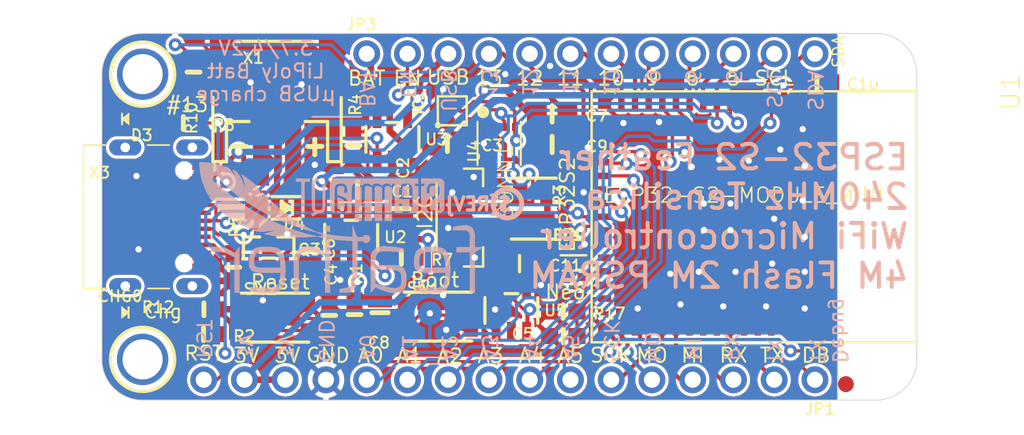
<source format=kicad_pcb>
(kicad_pcb (version 20221018) (generator pcbnew)
  (layers (0 "F.Cu" signal) (31 "B.Cu" signal) (34 "B.Paste" user) (35 "F.Paste" user) (36 "B.SilkS" user "B.Silkscreen") (37 "F.SilkS" user "F.Silkscreen") (38 "B.Mask" user) (39 "F.Mask" user) (44 "Edge.Cuts" user))
  (net 0 "")
  (net 1 "GND")
  (net 2 "VBUS")
  (net 3 "VBAT")
  (net 4 "N$1")
  (net 5 "N$3")
  (net 6 "N$4")
  (net 7 "3.3V")
  (net 8 "RESET")
  (net 9 "EN")
  (net 10 "MOSI")
  (net 11 "SDA")
  (net 12 "SCL")
  (net 13 "MISO")
  (net 14 "SCK")
  (net 15 "VHI")
  (net 16 "N$5")
  (net 17 "D+")
  (net 18 "D-")
  (net 19 "N$8")
  (net 20 "N$9")
  (net 21 "A0")
  (net 22 "A1")
  (net 23 "NEOPIX")
  (net 24 "TXD0")
  (net 25 "BOOT0")
  (net 26 "D6")
  (net 27 "D9")
  (net 28 "D10")
  (net 29 "D11")
  (net 30 "D12")
  (net 31 "D13")
  (net 32 "D5")
  (net 33 "RX")
  (net 34 "TX")
  (net 35 "A2")
  (net 36 "A3")
  (net 37 "A4")
  (net 38 "A5")
  (net 39 "NEOPIX_PWR")
  (net 40 "IO34_DBLTAP")
  (net 41 "VSENSOR")
  (net 42 "I2C_PWR")
  (footprint "working:FIDUCIAL_1MM" (layer "F.Cu") (at 169.4779 115.436 -90)
    (fp_text reference "U$35" hide)
    (fp_text value "FIDUCIAL_1MM" hide)
  )
  (footprint "working:0805-NO" (layer "F.Cu") (at 141.7574 104.4956 90)
    (fp_text reference "C2")
    (fp_text value "10uF")
  )
  (footprint "working:0603-NO" (layer "F.Cu") (at 167.6781 96.6216)
    (fp_text reference "C10")
    (fp_text value "1uF")
  )
  (footprint "working:SOD-123" (layer "F.Cu") (at 134.5819 104.4448 180)
    (fp_text reference "D4")
    (fp_text value "MBR540")
  )
  (footprint "working:USB_C_CUSB31-CFM2AX-01-X" (layer "F.Cu") (at 125.7681 105.0036 -90)
    (fp_text reference "X3")
    (fp_text value "USB C")
  )
  (footprint "working:0603-NO" (layer "F.Cu") (at 137.2743 111.1504 90)
    (fp_text reference "C4")
    (fp_text value "1uF")
  )
  (footprint "working:0603-NO" (layer "F.Cu") (at 128.1811 99.1616)
    (fp_text reference "R8")
    (fp_text value "5.1K")
  )
  (footprint "working:SOT23-R" (layer "F.Cu") (at 133.5024 106.9213)
    (fp_text reference "Q3")
    (fp_text value "DMG3415U")
  )
  (footprint "working:BME280" (layer "F.Cu") (at 147.8661 100.4316 90)
    (fp_text reference "U4")
    (fp_text value "BME280")
  )
  (footprint "working:0603-NO" (layer "F.Cu") (at 128.8161 95.9866 -90)
    (fp_text reference "R10")
    (fp_text value "5.1K")
  )
  (footprint "working:0805-NO" (layer "F.Cu") (at 140.4389 110.9818 -90)
    (fp_text reference "C8")
    (fp_text value "10µF")
  )
  (footprint "working:0805-NO" (layer "F.Cu") (at 144.6403 100.4316)
    (fp_text reference "C3")
    (fp_text value "10µF")
  )
  (footprint "working:RESPACK_4X0603" (layer "F.Cu") (at 150.0251 104.4956 -90)
    (fp_text reference "R3")
    (fp_text value "10K")
  )
  (footprint "working:0603-NO" (layer "F.Cu") (at 141.7701 107.5563)
    (fp_text reference "R7")
    (fp_text value "100K")
  )
  (footprint "working:MOUNTINGHOLE_2.5_PLATED" (layer "F.Cu") (at 125.6411 113.8936 -90)
    (fp_text reference "U$32" hide)
    (fp_text value "MOUNTINGHOLE2.5" hide)
  )
  (footprint "working:CHIPLED_0603_NOOUTLINE" (layer "F.Cu") (at 124.5616 98.9076 90)
    (fp_text reference "D3")
    (fp_text value "RED")
  )
  (footprint "working:BTN_KMR2_4.6X2.8" (layer "F.Cu") (at 133.8961 111.2901)
    (fp_text reference "SW2")
    (fp_text value "KMR2")
  )
  (footprint "working:SOT23-5" (layer "F.Cu") (at 141.2113 100.1776)
    (fp_text reference "U3")
    (fp_text value "MCP73831T-2ACI/OT")
  )
  (footprint "working:0805-NO" (layer "F.Cu") (at 136.0443 107.0406 -90)
    (fp_text reference "C6")
    (fp_text value "10µF")
  )
  (footprint "working:0603-NO" (layer "F.Cu") (at 151.8666 110.9091)
    (fp_text reference "R17")
    (fp_text value "1Meg")
  )
  (footprint "working:0603-NO" (layer "F.Cu") (at 138.7729 100.5586 90)
    (fp_text reference "R4")
    (fp_text value "5.1K")
  )
  (footprint "working:0603-NO" (layer "F.Cu") (at 151.8666 112.4331 180)
    (fp_text reference "C5")
    (fp_text value "1uF")
  )
  (footprint "working:CHIPLED_0603_NOOUTLINE" (layer "F.Cu") (at 124.5616 110.9726 -90)
    (fp_text reference "CHG0")
    (fp_text value "ORANGE")
  )
  (footprint "working:FIDUCIAL_1MM" (layer "F.Cu") (at 134.5311 95.3516 -90)
    (fp_text reference "U$34" hide)
    (fp_text value "FIDUCIAL_1MM" hide)
  )
  (footprint "working:SK6805_1515" (layer "F.Cu") (at 152.5016 108.3056)
    (fp_text reference "LED1")
    (fp_text value "WS2812B_SK6805_1515")
  )
  (footprint "working:JSTPH2_BATT" (layer "F.Cu") (at 134.0231 97.0661)
    (fp_text reference "X1")
    (fp_text value "JSTPH")
  )
  (footprint "working:QFN60_ESP32-S2-MINI-1_EXP" (layer "F.Cu") (at 163.7411 105.0036 -90)
    (fp_text reference "U1")
    (fp_text value "ESP32-S2-MODULE_MINI")
  )
  (footprint "working:1X16_ROUND" (layer "F.Cu") (at 148.5011 115.1636 180)
    (fp_text reference "JP1")
    (fp_text value "")
  )
  (footprint "working:MOUNTINGHOLE_2.5_PLATED" (layer "F.Cu") (at 125.6411 96.1136 -90)
    (fp_text reference "U$31" hide)
    (fp_text value "MOUNTINGHOLE2.5" hide)
  )
  (footprint "working:0805-NO" (layer "F.Cu") (at 151.1681 100.4951)
    (fp_text reference "C9")
    (fp_text value "10uF")
  )
  (footprint "working:JST_SH4_RA" (layer "F.Cu") (at 145.4531 105.0036 -90)
    (fp_text reference "CONN1")
    (fp_text value "JST SH")
  )
  (footprint "" (layer "F.Cu") (at 171.3611 95.4786)
    (fp_text reference "@HOLE1" hide)
    (fp_text value "")
  )
  (footprint "working:1X12_ROUND" (layer "F.Cu") (at 153.5811 94.8436)
    (fp_text reference "JP3")
    (fp_text value "")
  )
  (footprint "working:0603-NO" (layer "F.Cu") (at 129.4384 112.3188)
    (fp_text reference "R2")
    (fp_text value "5.1K")
  )
  (footprint "working:WLCSP9" (layer "F.Cu") (at 144.9451 98.3996 90)
    (fp_text reference "IC1")
    (fp_text value "LC709203F/MH")
  )
  (footprint "working:0603-NO" (layer "F.Cu") (at 131.2926 108.1532 90)
    (fp_text reference "R5")
    (fp_text value "5.1K")
  )
  (footprint "working:0805-NO" (layer "F.Cu") (at 151.1681 98.5901)
    (fp_text reference "C7")
    (fp_text value "10uF")
  )
  (footprint "working:SOT23-5" (layer "F.Cu") (at 138.6459 106.2736)
    (fp_text reference "U2")
    (fp_text value "AP2112/RT9080-3.3")
  )
  (footprint "working:0603-NO" (layer "F.Cu") (at 129.4638 110.7694 180)
    (fp_text reference "R12")
    (fp_text value "100K")
  )
  (footprint "" (layer "F.Cu") (at 171.3611 114.5921)
    (fp_text reference "@HOLE0" hide)
    (fp_text value "")
  )
  (footprint "working:0805-NO" (layer "F.Cu") (at 139.0396 103.3018)
    (fp_text reference "C1")
    (fp_text value "10uF")
  )
  (footprint "working:0603-NO" (layer "F.Cu") (at 138.8491 111.0996 90)
    (fp_text reference "R1")
    (fp_text value "5.1K")
  )
  (footprint "working:_0805MP" (layer "F.Cu") (at 149.1361 107.9246)
    (fp_text reference "C11")
    (fp_text value "10uF")
  )
  (footprint "working:SOT23-5" (layer "F.Cu") (at 148.6281 110.8456)
    (fp_text reference "U5")
    (fp_text value "AP2112/RT9080-3.3")
  )
  (footprint "working:BTN_KMR2_4.6X2.8" (layer "F.Cu") (at 144.0561 111.2266)
    (fp_text reference "SW1")
    (fp_text value "KMR2")
  )
  (footprint "working:TESTPOINT_ROUND_1.5MM_NO" (layer "B.Cu") (at 143.5481 111.0234 180)
    (fp_text reference "TP1" hide)
    (fp_text value "" hide)
  )
  (footprint "working:STEMMAQT" (layer "B.Cu") (at 144.4371 105.2576 180)
    (fp_text reference "U$53" hide)
    (fp_text value "" hide)
  )
  (footprint "working:FEATHERLOGO_MED" (layer "B.Cu") (at 146.9771 109.8296 180)
    (fp_text reference "U$15" hide)
    (fp_text value "" hide)
  )
  (footprint "working:PCBFEAT-REV-040" (layer "B.Cu") (at 148.3741 104.1781 180)
    (fp_text reference "U$14" hide)
    (fp_text value "" hide)
  )
  (gr_arc (start 125.6411 116.4336) (mid 123.845049 115.689651) (end 123.1011 113.8936) (stroke (width 0.05)) (layer "Edge.Cuts"))
  (gr_line (start 171.3611 93.5736) (end 125.6411 93.5736) (stroke (width 0.05)) (layer "Edge.Cuts"))
  (gr_line (start 173.9011 113.8936) (end 173.9011 96.1136) (stroke (width 0.05)) (layer "Edge.Cuts"))
  (gr_arc (start 173.9011 113.8936) (mid 173.157151 115.689651) (end 171.3611 116.4336) (stroke (width 0.05)) (layer "Edge.Cuts"))
  (gr_line (start 125.6411 116.4336) (end 171.3611 116.4336) (stroke (width 0.05)) (layer "Edge.Cuts"))
  (gr_arc (start 123.1011 96.1136) (mid 123.845049 94.317549) (end 125.6411 93.5736) (stroke (width 0.05)) (layer "Edge.Cuts"))
  (gr_line (start 123.1011 96.1136) (end 123.1011 113.8936) (stroke (width 0.05)) (layer "Edge.Cuts"))
  (gr_arc (start 171.3611 93.5736) (mid 173.157151 94.317549) (end 173.9011 96.1136) (stroke (width 0.05)) (layer "Edge.Cuts"))
  (gr_text "A0" (at 139.6111 113.1316 -90) (layer "B.SilkS") (effects (font (size 0.89408 0.89408) (thickness 0.12192)) (justify mirror)))
  (gr_text "11" (at 152.3111 96.4946 -90) (layer "B.SilkS") (effects (font (size 0.89408 0.89408) (thickness 0.12192)) (justify mirror)))
  (gr_text "MI" (at 159.9311 113.2586 -90) (layer "B.SilkS") (effects (font (size 0.89408 0.89408) (thickness 0.12192)) (justify mirror)))
  (gr_text "USB" (at 144.6911 97.1296 -90) (layer "B.SilkS") (effects (font (size 0.89408 0.89408) (thickness 0.12192)) (justify mirror)))
  (gr_text "3.7/4.2V\nLiPoly Batt\nµUSB charge" (at 133.3246 95.9231) (layer "B.SilkS") (effects (font (size 0.88392 0.88392) (thickness 0.13208)) (justify mirror)))
  (gr_text "3V" (at 134.5311 113.1316 -90) (layer "B.SilkS") (effects (font (size 0.89408 0.89408) (thickness 0.12192)) (justify mirror)))
  (gr_text "A4" (at 149.8981 113.1316 -90) (layer "B.SilkS") (effects (font (size 0.89408 0.89408) (thickness 0.12192)) (justify mirror)))
  (gr_text "MO" (at 157.3911 113.1316 -90) (layer "B.SilkS") (effects (font (size 0.89408 0.89408) (thickness 0.12192)) (justify mirror)))
  (gr_text "6" (at 159.9311 96.2406 -90) (layer "B.SilkS") (effects (font (size 0.89408 0.89408) (thickness 0.12192)) (justify mirror)))
  (gr_text "A2" (at 144.7419 113.157 -90) (layer "B.SilkS") (effects (font (size 0.89408 0.89408) (thickness 0.12192)) (justify mirror)))
  (gr_text "A5" (at 152.3111 113.1316 -90) (layer "B.SilkS") (effects (font (size 0.89408 0.89408) (thickness 0.12192)) (justify mirror)))
  (gr_text "3V" (at 131.9911 113.1316 -90) (layer "B.SilkS") (effects (font (size 0.89408 0.89408) (thickness 0.12192)) (justify mirror)))
  (gr_text "13" (at 147.2311 96.6216 -90) (layer "B.SilkS") (effects (font (size 0.89408 0.89408) (thickness 0.12192)) (justify mirror)))
  (gr_text "9" (at 157.3911 96.2406 -90) (layer "B.SilkS") (effects (font (size 0.89408 0.89408) (thickness 0.12192)) (justify mirror)))
  (gr_text "ESP32-S2 Feather\n240MHz Tensilica\nWiFi Microcontroller\n4M Flash 2M PSRAM" (at 173.5201 109.5756) (layer "B.SilkS") (effects (font (size 1.52908 1.52908) (thickness 0.24892)) (justify left bottom mirror)))
  (gr_text "10" (at 154.8511 96.6216 -90) (layer "B.SilkS") (effects (font (size 0.89408 0.89408) (thickness 0.12192)) (justify mirror)))
  (gr_text "12" (at 149.7711 96.6216 -90) (layer "B.SilkS") (effects (font (size 0.89408 0.89408) (thickness 0.12192)) (justify mirror)))
  (gr_text "TX" (at 165.0111 113.3856 -90) (layer "B.SilkS") (effects (font (size 0.89408 0.89408) (thickness 0.12192)) (justify mirror)))
  (gr_text "BAT" (at 139.6111 97.0026 -90) (layer "B.SilkS") (effects (font (size 0.89408 0.89408) (thickness 0.12192)) (justify mirror)))
  (gr_text "RST" (at 129.4511 112.6236 -90) (layer "B.SilkS") (effects (font (size 0.89408 0.89408) (thickness 0.12192)) (justify mirror)))
  (gr_text "SCL" (at 165.0111 97.0026 -90) (layer "B.SilkS") (effects (font (size 0.89408 0.89408) (thickness 0.12192)) (justify mirror)))
  (gr_text "Debug\nTX" (at 168.3766 114.2111 -90) (layer "B.SilkS") (effects (font (size 0.89408 0.89408) (thickness 0.12192)) (justify left mirror)))
  (gr_text "SDA" (at 167.5511 97.1296 -90) (layer "B.SilkS") (effects (font (size 0.89408 0.89408) (thickness 0.12192)) (justify mirror)))
  (gr_text "SCK" (at 154.8511 112.7506 -90) (layer "B.SilkS") (effects (font (size 0.89408 0.89408) (thickness 0.12192)) (justify mirror)))
  (gr_text "A1" (at 142.2781 113.1316 -90) (layer "B.SilkS") (effects (font (size 0.89408 0.89408) (thickness 0.12192)) (justify mirror)))
  (gr_text "A3" (at 147.2565 113.157 -90) (layer "B.SilkS") (effects (font (size 0.89408 0.89408) (thickness 0.12192)) (justify mirror)))
  (gr_text "5" (at 162.4711 96.2406 -90) (layer "B.SilkS") (effects (font (size 0.89408 0.89408) (thickness 0.12192)) (justify mirror)))
  (gr_text "GND" (at 137.0711 112.7506 -90) (layer "B.SilkS") (effects (font (size 0.89408 0.89408) (thickness 0.12192)) (justify mirror)))
  (gr_text "EN" (at 142.1511 96.7486 -90) (layer "B.SilkS") (effects (font (size 0.89408 0.89408) (thickness 0.12192)) (justify mirror)))
  (gr_text "RX" (at 162.3441 113.1316 -90) (layer "B.SilkS") (effects (font (size 0.89408 0.89408) (thickness 0.12192)) (justify mirror)))
  (gr_text "USB" (at 144.6911 96.3041) (layer "F.SilkS") (effects (font (size 0.89408 0.89408) (thickness 0.12192))))
  (gr_text "RST" (at 129.4511 113.5126) (layer "F.SilkS") (effects (font (size 0.89408 0.89408) (thickness 0.12192))))
  (gr_text "Reset" (at 134.2136 109.0676) (layer "F.SilkS") (effects (font (size 0.89408 0.89408) (thickness 0.12192))))
  (gr_text "SCL" (at 165.0111 96.3676) (layer "F.SilkS") (effects (font (size 0.89408 0.89408) (thickness 0.12192))))
  (gr_text "ESP32S2" (at 152.1206 104.2416 90) (layer "F.SilkS") (effects (font (size 0.89408 0.89408) (thickness 0.12192))))
  (gr_text "TX" (at 164.8841 113.6396) (layer "F.SilkS") (effects (font (size 0.89408 0.89408) (thickness 0.12192))))
  (gr_text "A2" (at 144.7927 113.6904) (layer "F.SilkS") (effects (font (size 0.89408 0.89408) (thickness 0.12192))))
  (gr_text "3V" (at 132.1181 113.6396) (layer "F.SilkS") (effects (font (size 0.89408 0.89408) (thickness 0.12192))))
  (gr_text "Neo" (at 151.9936 109.7026) (layer "F.SilkS") (effects (font (size 0.89408 0.89408) (thickness 0.12192))))
  (gr_text "MO" (at 157.3911 113.6396) (layer "F.SilkS") (effects (font (size 0.89408 0.89408) (thickness 0.12192))))
  (gr_text "13" (at 147.2311 96.3676) (layer "F.SilkS") (effects (font (size 0.89408 0.89408) (thickness 0.12192))))
  (gr_text "11" (at 152.3111 96.3676) (layer "F.SilkS") (effects (font (size 0.89408 0.89408) (thickness 0.12192))))
  (gr_text "MI" (at 159.9311 113.6396) (layer "F.SilkS") (effects (font (size 0.89408 0.89408) (thickness 0.12192))))
  (gr_text "DB" (at 167.6146 113.6396) (layer "F.SilkS") (effects (font (size 0.89408 0.89408) (thickness 0.12192))))
  (gr_text "Boot" (at 143.8656 108.9406) (layer "F.SilkS") (effects (font (size 0.89408 0.89408) (thickness 0.12192))))
  (gr_text "A5" (at 152.3111 113.6396) (layer "F.SilkS") (effects (font (size 0.89408 0.89408) (thickness 0.12192))))
  (gr_text "RX" (at 162.4711 113.6396) (layer "F.SilkS") (effects (font (size 0.89408 0.89408) (thickness 0.12192))))
  (gr_text "9" (at 157.3911 96.3676) (layer "F.SilkS") (effects (font (size 0.89408 0.89408) (thickness 0.12192))))
  (gr_text "#13" (at 128.4351 98.0186) (layer "F.SilkS") (effects (font (size 0.89408 0.89408) (thickness 0.12192))))
  (gr_text "A1" (at 142.2781 113.6396) (layer "F.SilkS") (effects (font (size 0.89408 0.89408) (thickness 0.12192))))
  (gr_text "3V" (at 134.6581 113.6396) (layer "F.SilkS") (effects (font (size 0.89408 0.89408) (thickness 0.12192))))
  (gr_text "SCK" (at 154.8511 113.6396) (layer "F.SilkS") (effects (font (size 0.89408 0.89408) (thickness 0.12192))))
  (gr_text "EN" (at 142.1511 96.3676) (layer "F.SilkS") (effects (font (size 0.89408 0.89408) (thickness 0.12192))))
  (gr_text "BAT" (at 139.6111 96.3676) (layer "F.SilkS") (effects (font (size 0.89408 0.89408) (thickness 0.12192))))
  (gr_text "SDA" (at 169.0116 94.7166 90) (layer "F.SilkS") (effects (font (size 0.715264 0.715264) (thickness 0.097536))))
  (gr_text "A0" (at 139.8651 113.6396) (layer "F.SilkS") (effects (font (size 0.89408 0.89408) (thickness 0.12192))))
  (gr_text "I2C" (at 142.7226 103.5431 90) (layer "F.SilkS") (effects (font (size 0.89408 0.89408) (thickness 0.12192)) (justify right top)))
  (gr_text "12" (at 149.7711 96.3676) (layer "F.SilkS") (effects (font (size 0.89408 0.89408) (thickness 0.12192))))
  (gr_text "6" (at 159.9311 96.3676) (layer "F.SilkS") (effects (font (size 0.89408 0.89408) (thickness 0.12192))))
  (gr_text "10" (at 154.8511 96.3676) (layer "F.SilkS") (effects (font (size 0.89408 0.89408) (thickness 0.12192))))
  (gr_text "A4" (at 149.8981 113.6396) (layer "F.SilkS") (effects (font (size 0.89408 0.89408) (thickness 0.12192))))
  (gr_text "A3" (at 147.3327 113.665) (layer "F.SilkS") (effects (font (size 0.89408 0.89408) (thickness 0.12192))))
  (gr_text "Chg" (at 126.9111 110.9091) (layer "F.SilkS") (effects (font (size 0.849376 0.849376) (thickness 0.115824))))
  (gr_text "GND" (at 137.1981 113.6396) (layer "F.SilkS") (effects (font (size 0.89408 0.89408) (thickness 0.12192))))
  (gr_text "5" (at 162.4711 96.3676) (layer "F.SilkS") (effects (font (size 0.89408 0.89408) (thickness 0.12192))))
  (segment (start 142.0061 110.754413) (end 141.727712 111.0328) (width 0.4064) (layer "F.Cu") (net 1))
  (segment (start 130.3401 109.0032) (end 131.2926 109.0032) (width 0.4064) (layer "F.Cu") (net 1))
  (segment (start 156.8831 99.0346) (end 157.4546 99.6061) (width 0.254) (layer "F.Cu") (net 1))
  (segment (start 133.0231 100.1936) (end 133.0231 100.7661) (width 0.4064) (layer "F.Cu") (net 1))
  (segment (start 138.7729 101.5136) (end 138.7729 101.4086) (width 0.4064) (layer "F.Cu") (net 1))
  (segment (start 144.9451 98.8996) (end 144.9451 99.7864) (width 0.2032) (layer "F.Cu") (net 1))
  (segment (start 130.3401 109.0032) (end 129.5405 108.2036) (width 0.4064) (layer "F.Cu") (net 1))
  (segment (start 130.7889 100.6178) (end 130.7889 100.607063) (width 0.4064) (layer "F.Cu") (net 1))
  (segment (start 137.965 108.5547) (end 137.8331 108.6866) (width 0.4064) (layer "F.Cu") (net 1))
  (segment (start 129.6031 101.8036) (end 130.7889 100.6178) (width 0.4064) (layer "F.Cu") (net 1))
  (segment (start 130.9751 99.9236) (end 132.7531 99.9236) (width 0.4064) (layer "F.Cu") (net 1))
  (segment (start 145.5903 100.4316) (end 145.5903 101.2042) (width 0.4064) (layer "F.Cu") (net 1))
  (segment (start 158.9786 102.3366) (end 157.4546 102.3366) (width 0.254) (layer "F.Cu") (net 1))
  (segment (start 141.727712 111.0328) (end 141.3379 111.0328) (width 0.4064) (layer "F.Cu") (net 1))
  (segment (start 148.3106 106.0196) (end 148.3106 106.3371) (width 0.2032) (layer "F.Cu") (net 1))
  (segment (start 138.192212 108.5547) (end 137.965 108.5547) (width 0.4064) (layer "F.Cu") (net 1))
  (segment (start 139.9896 102.7303) (end 138.7729 101.5136) (width 0.4064) (layer "F.Cu") (net 1))
  (segment (start 159.64535 101.66985) (end 158.9786 102.3366) (width 0.254) (layer "F.Cu") (net 1))
  (segment (start 129.3131 101.8036) (end 129.6031 101.8036) (width 0.4064) (layer "F.Cu") (net 1))
  (segment (start 148.5346 105.7956) (end 148.3106 106.0196) (width 0.2032) (layer "F.Cu") (net 1))
  (segment (start 137.4521 100.6856) (end 136.3726 101.7651) (width 0.4064) (layer "F.Cu") (net 1))
  (segment (start 137.7061 100.6856) (end 137.4521 100.6856) (width 0.4064) (layer "F.Cu") (net 1))
  (segment (start 154.435996 98.0036) (end 155.466996 99.0346) (width 0.254) (layer "F.Cu") (net 1))
  (segment (start 148.1441 106.5036) (end 147.1391 106.5036) (width 0.2032) (layer "F.Cu") (net 1))
  (segment (start 145.5903 101.2042) (end 144.5909 102.2036) (width 0.4064) (layer "F.Cu") (net 1))
  (segment (start 130.8481 100.0506) (end 130.9751 99.9236) (width 0.4064) (layer "F.Cu") (net 1))
  (segment (start 138.4291 101.4086) (end 137.7061 100.6856) (width 0.4064) (layer "F.Cu") (net 1))
  (segment (start 164.8841 105.0036) (end 165.0111 105.1306) (width 0.2032) (layer "F.Cu") (net 1))
  (segment (start 130.3138 110.7694) (end 131.5668 110.7694) (width 0.4064) (layer "F.Cu") (net 1))
  (segment (start 130.8481 100.547863) (end 130.8481 100.0506) (width 0.4064) (layer "F.Cu") (net 1))
  (segment (start 138.7729 101.4086) (end 138.4291 101.4086) (width 0.4064) (layer "F.Cu") (net 1))
  (segment (start 139.9896 103.3018) (end 139.9896 102.7303) (width 0.4064) (layer "F.Cu") (net 1))
  (segment (start 138.6459 108.101013) (end 138.192212 108.5547) (width 0.4064) (layer "F.Cu") (net 1))
  (segment (start 136.0443 108.6866) (end 136.0443 107.9906) (width 0.4064) (layer "F.Cu") (net 1))
  (segment (start 141.3379 111.0328) (end 140.4389 111.9318) (width 0.4064) (layer "F.Cu") (net 1))
  (segment (start 130.7889 100.607063) (end 130.8481 100.547863) (width 0.4064) (layer "F.Cu") (net 1))
  (segment (start 137.8331 108.6866) (end 136.0443 108.6866) (width 0.4064) (layer "F.Cu") (net 1))
  (segment (start 148.3106 106.3371) (end 148.1441 106.5036) (width 0.2032) (layer "F.Cu") (net 1))
  (segment (start 131.5668 110.7694) (end 131.8461 110.4901) (width 0.4064) (layer "F.Cu") (net 1))
  (segment (start 149.1751 105.7956) (end 148.5346 105.7956) (width 0.2032) (layer "F.Cu") (net 1))
  (segment (start 155.466996 99.0346) (end 156.8831 99.0346) (width 0.254) (layer "F.Cu") (net 1))
  (segment (start 142.0061 110.4266) (end 142.0061 110.754413) (width 0.4064) (layer "F.Cu") (net 1))
  (segment (start 144.9451 99.7864) (end 145.5903 100.4316) (width 0.2032) (layer "F.Cu") (net 1))
  (segment (start 141.2113 101.4777) (end 141.2113 102.9995) (width 0.4064) (layer "F.Cu") (net 1))
  (segment (start 163.086 105.0036) (end 164.8841 105.0036) (width 0.2032) (layer "F.Cu") (net 1))
  (segment (start 129.3131 108.2036) (end 129.5405 108.2036) (width 0.4064) (layer "F.Cu") (net 1))
  (segment (start 132.7531 99.9236) (end 133.0231 100.1936) (width 0.4064) (layer "F.Cu") (net 1))
  (segment (start 159.64535 101.66985) (end 159.8676 101.8921) (width 0.254) (layer "F.Cu") (net 1))
  (segment (start 157.4546 99.6061) (end 157.4546 102.3366) (width 0.254) (layer "F.Cu") (net 1))
  (segment (start 138.6459 107.5737) (end 138.6459 108.101013) (width 0.4064) (layer "F.Cu") (net 1))
  (segment (start 141.2113 102.9995) (end 141.7574 103.5456) (width 0.4064) (layer "F.Cu") (net 1))
  (via (at 165.3921 100.8126) (size 0.8001) (drill 0.3937) (layers "F.Cu" "B.Cu") (net 1))
  (via (at 164.5031 110.5916) (size 0.8001) (drill 0.3937) (layers "F.Cu" "B.Cu") (net 1))
  (via (at 166.9161 110.7186) (size 0.8001) (drill 0.3937) (layers "F.Cu" "B.Cu") (net 1))
  (via (at 125.3871 107.0356) (size 0.8001) (drill 0.3937) (layers "F.Cu" "B.Cu") (net 1))
  (via (at 133.1341 110.2106) (size 0.8001) (drill 0.3937) (layers "F.Cu" "B.Cu") (net 1))
  (via (at 161.5821 101.4476) (size 0.8001) (drill 0.3937) (layers "F.Cu" "B.Cu") (net 1))
  (via (at 166.7891 103.9876) (size 0.8001) (drill 0.3937) (layers "F.Cu" "B.Cu") (net 1))
  (via (at 166.9161 101.8286) (size 0.8001) (drill 0.3937) (layers "F.Cu" "B.Cu") (net 1))
  (via (at 164.8841 107.9246) (size 0.8001) (drill 0.3937) (layers "F.Cu" "B.Cu") (net 1))
  (via (at 148.2471 96.1136) (size 0.8001) (drill 0.3937) (layers "F.Cu" "B.Cu") (net 1))
  (via (at 147.6121 110.7821) (size 0.8001) (drill 0.3937) (layers "F.Cu" "B.Cu") (net 1))
  (via (at 162.2806 104.1781) (size 0.8001) (drill 0.3937) (layers "F.Cu" "B.Cu") (net 1))
  (via (at 162.2806 105.8291) (size 0.8001) (drill 0.3937) (layers "F.Cu" "B.Cu") (net 1))
  (via (at 166.9161 108.4326) (size 0.8001) (drill 0.3937) (layers "F.Cu" "B.Cu") (net 1))
  (via (at 166.7891 99.5426) (size 0.8001) (drill 0.3937) (layers "F.Cu" "B.Cu") (net 1))
  (via (at 132.3721 96.6216) (size 0.8001) (drill 0.3937) (layers "F.Cu" "B.Cu") (net 1))
  (via (at 165.0111 105.1306) (size 0.8001) (drill 0.3937) (layers "F.Cu" "B.Cu") (net 1))
  (via (at 160.3121 108.4326) (size 0.8001) (drill 0.3937) (layers "F.Cu" "B.Cu") (net 1))
  (via (at 159.8676 101.8921) (size 0.8001) (drill 0.3937) (layers "F.Cu" "B.Cu") (net 1))
  (via (at 146.9136 100.4316) (size 0.8001) (drill 0.3937) (layers "F.Cu" "B.Cu") (net 1))
  (via (at 150.4696 109.2581) (size 0.8001) (drill 0.3937) (layers "F.Cu" "B.Cu") (net 1))
  (via (at 136.3726 101.7651) (size 0.8001) (drill 0.3937) (layers "F.Cu" "B.Cu") (net 1))
  (via (at 153.1366 103.4796) (size 0.8001) (drill 0.3937) (layers "F.Cu" "B.Cu") (net 1))
  (via (at 157.8356 99.0981) (size 0.8001) (drill 0.3937) (layers "F.Cu" "B.Cu") (net 1))
  (via (at 151.0411 95.6056) (size 0.8001) (drill 0.3937) (layers "F.Cu" "B.Cu") (net 1))
  (via (at 144.5641 112.0521) (size 0.8001) (drill 0.3937) (layers "F.Cu" "B.Cu") (net 1))
  (via (at 160.6296 104.1781) (size 0.8001) (drill 0.3937) (layers "F.Cu" "B.Cu") (net 1))
  (via (at 144.9451 103.4796) (size 0.8001) (drill 0.3937) (layers "F.Cu" "B.Cu") (net 1))
  (via (at 134.6581 106.0831) (size 0.8001) (drill 0.3937) (layers "F.Cu" "B.Cu") (net 1))
  (via (at 159.1691 110.4646) (size 0.8001) (drill 0.3937) (layers "F.Cu" "B.Cu") (net 1))
  (via (at 162.5981 108.4326) (size 0.8001) (drill 0.3937) (layers "F.Cu" "B.Cu") (net 1))
  (via (at 146.2786 102.5271) (size 0.8001) (drill 0.3937) (layers "F.Cu" "B.Cu") (net 1))
  (via (at 153.3906 100.6856) (size 0.8001) (drill 0.3937) (layers "F.Cu" "B.Cu") (net 1))
  (via (at 163.4236 101.5111) (size 0.8001) (drill 0.3937) (layers "F.Cu" "B.Cu") (net 1))
  (via (at 156.5021 110.7186) (size 0.8001) (drill 0.3937) (layers "F.Cu" "B.Cu") (net 1))
  (via (at 125.2601 102.4636) (size 0.8001) (drill 0.3937) (layers "F.Cu" "B.Cu") (net 1))
  (via (at 153.2001 106.7181) (size 0.8001) (drill 0.3937) (layers "F.Cu" "B.Cu") (net 1))
  (via (at 135.5471 96.7486) (size 0.8001) (drill 0.3937) (layers "F.Cu" "B.Cu") (net 1))
  (via (at 155.6131 99.1616) (size 0.8001) (drill 0.3937) (layers "F.Cu" "B.Cu") (net 1))
  (via (at 161.8361 110.5916) (size 0.8001) (drill 0.3937) (layers "F.Cu" "B.Cu") (net 1))
  (via (at 166.9161 106.2736) (size 0.8001) (drill 0.3937) (layers "F.Cu" "B.Cu") (net 1))
  (via (at 158.5341 108.5596) (size 0.8001) (drill 0.3937) (layers "F.Cu" "B.Cu") (net 1))
  (via (at 144.6911 105.7021) (size 0.8001) (drill 0.3937) (layers "F.Cu" "B.Cu") (net 1))
  (via (at 144.3736 97.0661) (size 0.8001) (drill 0.3937) (layers "F.Cu" "B.Cu") (net 1))
  (via (at 137.9601 108.9406) (size 0.8001) (drill 0.3937) (layers "F.Cu" "B.Cu") (net 1))
  (via (at 160.6296 105.8291) (size 0.8001) (drill 0.3937) (layers "F.Cu" "B.Cu") (net 1))
  (via (at 144.3736 109.8931) (size 0.8001) (drill 0.3937) (layers "F.Cu" "B.Cu") (net 1))
  (via (at 146.3421 107.5436) (size 0.8001) (drill 0.3937) (layers "F.Cu" "B.Cu") (net 1))
  (segment (start 124.3097 110.2205) (end 123.8116 110.7186) (width 0.3048) (layer "F.Cu") (net 2))
  (segment (start 132.5524 107.9213) (end 132.7319 107.7418) (width 0.3048) (layer "F.Cu") (net 2))
  (segment (start 123.8116 110.9726) (end 123.8116 110.7186) (width 0.4064) (layer "F.Cu") (net 2))
  (segment (start 129.3131 102.6036) (end 129.9481 102.6036) (width 0.3048) (layer "F.Cu") (net 2))
  (segment (start 142.1613 98.8775) (end 142.1613 98.2878) (width 0.4064) (layer "F.Cu") (net 2))
  (segment (start 131.9406 101.2701) (end 131.6231 100.9526) (width 0.3048) (layer "F.Cu") (net 2))
  (segment (start 131.9406 101.2701) (end 131.9406 103.5561) (width 0.3048) (layer "F.Cu") (net 2))
  (segment (start 128.746537 102.6036) (end 129.3131 102.6036) (width 0.3048) (layer "F.Cu") (net 2))
  (segment (start 132.7319 104.4448) (end 132.7319 107.7418) (width 0.3048) (layer "F.Cu") (net 2))
  (segment (start 142.9131 96.6216) (end 144.6911 94.8436) (width 0.4064) (layer "F.Cu") (net 2))
  (segment (start 132.7319 104.3474) (end 131.9406 103.5561) (width 0.3048) (layer "F.Cu") (net 2))
  (segment (start 127.2286 110.2205) (end 127.3664 110.2205) (width 0.3048) (layer "F.Cu") (net 2))
  (segment (start 127.2921 107.434107) (end 127.2921 107.044354) (width 0.3048) (layer "F.Cu") (net 2))
  (segment (start 128.38729 107.044354) (end 127.2921 107.044354) (width 0.3048) (layer "F.Cu") (net 2))
  (segment (start 127.9153 110.7694) (end 127.3664 110.2205) (width 0.3048) (layer "F.Cu") (net 2))
  (segment (start 127.2921 104.058038) (end 128.746537 102.6036) (width 0.3048) (layer "F.Cu") (net 2))
  (segment (start 127.2921 107.434107) (end 126.951603 107.774604) (width 0.3048) (layer "F.Cu") (net 2))
  (segment (start 124.3097 110.2205) (end 127.2286 110.2205) (width 0.3048) (layer "F.Cu") (net 2))
  (segment (start 126.951603 109.395) (end 127.2286 109.671997) (width 0.3048) (layer "F.Cu") (net 2))
  (segment (start 142.1613 98.2878) (end 142.7734 97.6757) (width 0.4064) (layer "F.Cu") (net 2))
  (segment (start 126.951603 107.774604) (end 126.951603 109.395) (width 0.3048) (layer "F.Cu") (net 2))
  (segment (start 128.6138 110.7694) (end 127.9153 110.7694) (width 0.3048) (layer "F.Cu") (net 2))
  (segment (start 142.9131 96.6216) (end 142.9131 97.536) (width 0.4064) (layer "F.Cu") (net 2))
  (segment (start 132.7319 104.4448) (end 132.7319 104.3474) (width 0.3048) (layer "F.Cu") (net 2))
  (segment (start 128.746537 107.4036) (end 128.38729 107.044354) (width 0.3048) (layer "F.Cu") (net 2))
  (segment (start 127.2921 107.044354) (end 127.2921 104.058038) (width 0.3048) (layer "F.Cu") (net 2))
  (segment (start 131.3451 101.2066) (end 129.9481 102.6036) (width 0.3048) (layer "F.Cu") (net 2))
  (segment (start 131.3691 101.2066) (end 131.3451 101.2066) (width 0.3048) (layer "F.Cu") (net 2))
  (segment (start 127.2286 109.671997) (end 127.2286 110.2205) (width 0.3048) (layer "F.Cu") (net 2))
  (segment (start 142.9131 97.536) (end 142.7734 97.6757) (width 0.4064) (layer "F.Cu") (net 2))
  (segment (start 131.6231 100.9526) (end 131.3691 101.2066) (width 0.3048) (layer "F.Cu") (net 2))
  (segment (start 129.3131 107.4036) (end 128.746537 107.4036) (width 0.3048) (layer "F.Cu") (net 2))
  (via (at 142.7734 97.6757) (size 0.889) (drill 0.4826) (layers "F.Cu" "B.Cu") (net 2))
  (via (at 131.6231 100.9526) (size 0.889) (drill 0.4826) (layers "F.Cu" "B.Cu") (net 2))
  (segment (start 142.7734 97.6757) (end 141.2875 99.1616) (width 0.4064) (layer "B.Cu") (net 2))
  (segment (start 136.3091 99.1616) (end 134.5181 100.9526) (width 0.4064) (layer "B.Cu") (net 2))
  (segment (start 131.6231 100.9526) (end 134.5181 100.9526) (width 0.4064) (layer "B.Cu") (net 2))
  (segment (start 136.3091 99.1616) (end 141.2875 99.1616) (width 0.4064) (layer "B.Cu") (net 2))
  (segment (start 139.8651 95.0976) (end 139.8651 97.7011) (width 0.4064) (layer "F.Cu") (net 3))
  (segment (start 139.1666 98.3996) (end 139.8651 97.7011) (width 0.4064) (layer "F.Cu") (net 3))
  (segment (start 143.9846 97.8996) (end 144.4451 97.8996) (width 0.3048) (layer "F.Cu") (net 3))
  (segment (start 134.9121 100.8771) (end 135.0231 100.7661) (width 0.3048) (layer "F.Cu") (net 3))
  (segment (start 142.76214 101.4777) (end 143.54054 100.679744) (width 0.3048) (layer "F.Cu") (net 3))
  (segment (start 133.5024 105.9213) (end 134.5819 104.8418) (width 0.3048) (layer "F.Cu") (net 3))
  (segment (start 134.9121 102.0826) (end 134.9121 100.8771) (width 0.3048) (layer "F.Cu") (net 3))
  (segment (start 143.669096 100.679744) (end 143.54054 100.679744) (width 0.3048) (layer "F.Cu") (net 3))
  (segment (start 143.6903 98.1939) (end 143.9846 97.8996) (width 0.3048) (layer "F.Cu") (net 3))
  (segment (start 143.6903 100.4316) (end 143.6903 98.1939) (width 0.3048) (layer "F.Cu") (net 3))
  (segment (start 134.5819 102.4128) (end 134.5819 104.8418) (width 0.3048) (layer "F.Cu") (net 3))
  (segment (start 135.0231 99.0506) (end 135.0231 100.7661) (width 0.4064) (layer "F.Cu") (net 3))
  (segment (start 141.0443 99.642888) (end 142.1613 100.759888) (width 0.4064) (layer "F.Cu") (net 3))
  (segment (start 134.5819 102.4128) (end 134.9121 102.0826) (width 0.3048) (layer "F.Cu") (net 3))
  (segment (start 139.8651 97.7646) (end 140.689212 97.7646) (width 0.4064) (layer "F.Cu") (net 3))
  (segment (start 142.1613 101.4777) (end 142.76214 101.4777) (width 0.3048) (layer "F.Cu") (net 3))
  (segment (start 143.669096 100.679744) (end 143.6903 100.4316) (width 0.3048) (layer "F.Cu") (net 3))
  (segment (start 139.6111 94.8436) (end 139.8651 95.0976) (width 0.4064) (layer "F.Cu") (net 3))
  (segment (start 135.6741 98.3996) (end 139.1666 98.3996) (width 0.4064) (layer "F.Cu") (net 3))
  (segment (start 139.8651 97.7011) (end 139.8651 97.7646) (width 0.4064) (layer "F.Cu") (net 3))
  (segment (start 142.1613 100.759888) (end 142.1613 101.4777) (width 0.4064) (layer "F.Cu") (net 3))
  (segment (start 135.0231 99.0506) (end 135.6741 98.3996) (width 0.4064) (layer "F.Cu") (net 3))
  (segment (start 141.0443 98.119688) (end 141.0443 99.642888) (width 0.4064) (layer "F.Cu") (net 3))
  (segment (start 140.689212 97.7646) (end 141.0443 98.119688) (width 0.4064) (layer "F.Cu") (net 3))
  (segment (start 125.3116 110.9726) (end 126.304868 110.9726) (width 0.2032) (layer "F.Cu") (net 4))
  (segment (start 127.651068 112.3188) (end 128.5884 112.3188) (width 0.2032) (layer "F.Cu") (net 4))
  (segment (start 127.651068 112.3188) (end 126.304868 110.9726) (width 0.2032) (layer "F.Cu") (net 4))
  (segment (start 130.7846 112.815) (end 130.7846 113.5126) (width 0.2032) (layer "F.Cu") (net 5))
  (segment (start 140.2461 100.1085) (end 140.2613 100.1237) (width 0.2032) (layer "F.Cu") (net 5))
  (segment (start 140.2613 100.1237) (end 140.2613 101.4777) (width 0.2032) (layer "F.Cu") (net 5))
  (segment (start 130.2884 112.3188) (end 130.7846 112.815) (width 0.2032) (layer "F.Cu") (net 5))
  (via (at 130.7846 113.5126) (size 0.8001) (drill 0.3937) (layers "F.Cu" "B.Cu") (net 5))
  (via (at 140.2461 100.1085) (size 0.8001) (drill 0.3937) (layers "F.Cu" "B.Cu") (net 5))
  (segment (start 130.7846 107.732494) (end 130.7846 113.5126) (width 0.2032) (layer "B.Cu") (net 5))
  (segment (start 132.1181 104.1146) (end 136.1242 100.1085) (width 0.2032) (layer "B.Cu") (net 5))
  (segment (start 129.5781 106.525994) (end 129.5781 104.8766) (width 0.2032) (layer "B.Cu") (net 5))
  (segment (start 140.2461 100.1085) (end 136.1242 100.1085) (width 0.2032) (layer "B.Cu") (net 5))
  (segment (start 130.3401 104.1146) (end 132.1181 104.1146) (width 0.2032) (layer "B.Cu") (net 5))
  (segment (start 129.5781 104.8766) (end 130.3401 104.1146) (width 0.2032) (layer "B.Cu") (net 5))
  (segment (start 130.7846 107.732494) (end 129.5781 106.525994) (width 0.2032) (layer "B.Cu") (net 5))
  (segment (start 140.2613 98.8775) (end 139.4302 99.7086) (width 0.2032) (layer "F.Cu") (net 6))
  (segment (start 139.4302 99.7086) (end 138.7729 99.7086) (width 0.2032) (layer "F.Cu") (net 6))
  (segment (start 150.2181 99.12425) (end 150.178415 98.997416) (width 0.4064) (layer "F.Cu") (net 7))
  (segment (start 165.5826 96.8208) (end 165.622496 96.8208) (width 0.4064) (layer "F.Cu") (net 7))
  (segment (start 148.3106 97.1296) (end 146.9771 97.1296) (width 0.4064) (layer "F.Cu") (net 7))
  (segment (start 165.622496 96.797197) (end 165.622496 96.8208) (width 0.4064) (layer "F.Cu") (net 7))
  (segment (start 142.7124 106.4006) (end 141.7574 105.4456) (width 0.4064) (layer "F.Cu") (net 7))
  (segment (start 137.4648 103.2383) (end 137.0076 102.7811) (width 0.4064) (layer "F.Cu") (net 7))
  (segment (start 139.0669 110.0318) (end 138.8491 110.2496) (width 0.4064) (layer "F.Cu") (net 7))
  (segment (start 166.652503 96.797197) (end 165.622496 96.797197) (width 0.4064) (layer "F.Cu") (net 7))
  (segment (start 150.2181 98.5901) (end 150.2181 100.4951) (width 0.4064) (layer "F.Cu") (net 7))
  (segment (start 138.0896 103.3018) (end 138.0261 103.2383) (width 0.4064) (layer "F.Cu") (net 7))
  (segment (start 140.4389 110.0318) (end 139.0669 110.0318) (width 0.4064) (layer "F.Cu") (net 7))
  (segment (start 140.5001 106.0196) (end 141.0741 105.4456) (width 0.3048) (layer "F.Cu") (net 7))
  (segment (start 150.178415 98.997416) (end 148.3106 97.1296) (width 0.4064) (layer "F.Cu") (net 7))
  (segment (start 137.0076 102.7811) (end 136.8171 102.7811) (width 0.4064) (layer "F.Cu") (net 7))
  (segment (start 150.2181 100.4951) (end 150.2181 99.12425) (width 0.4064) (layer "F.Cu") (net 7))
  (segment (start 138.0896 103.3018) (end 137.6959 103.6955) (width 0.3048) (layer "F.Cu") (net 7))
  (segment (start 143.4211 106.4006) (end 142.7124 106.4006) (width 0.4064) (layer "F.Cu") (net 7))
  (segment (start 141.0741 105.4456) (end 141.7574 105.4456) (width 0.3048) (layer "F.Cu") (net 7))
  (segment (start 165.685996 98.0036) (end 165.622496 97.9401) (width 0.4064) (layer "F.Cu") (net 7))
  (segment (start 138.0871 106.0196) (end 140.5001 106.0196) (width 0.3048) (layer "F.Cu") (net 7))
  (segment (start 137.6959 103.6955) (end 137.6959 104.9735) (width 0.3048) (layer "F.Cu") (net 7))
  (segment (start 137.6959 104.9735) (end 137.6959 105.6284) (width 0.3048) (layer "F.Cu") (net 7))
  (segment (start 131.9911 115.1636) (end 134.5311 115.1636) (width 0.4064) (layer "F.Cu") (net 7))
  (segment (start 137.6959 105.6284) (end 138.0871 106.0196) (width 0.3048) (layer "F.Cu") (net 7))
  (segment (start 166.8281 96.6216) (end 166.652503 96.797197) (width 0.4064) (layer "F.Cu") (net 7))
  (segment (start 165.622496 96.8208) (end 165.622496 97.9401) (width 0.4064) (layer "F.Cu") (net 7))
  (segment (start 138.0261 103.2383) (end 137.4648 103.2383) (width 0.4064) (layer "F.Cu") (net 7))
  (segment (start 139.0396 110.0591) (end 138.8491 110.2496) (width 0.2032) (layer "F.Cu") (net 7))
  (segment (start 139.0396 109.0676) (end 139.0396 110.0591) (width 0.2032) (layer "F.Cu") (net 7))
  (via (at 146.9771 97.1296) (size 0.8001) (drill 0.3937) (layers "F.Cu" "B.Cu") (net 7))
  (via (at 139.0396 109.0676) (size 0.8001) (drill 0.3937) (layers "F.Cu" "B.Cu") (net 7))
  (via (at 165.5826 96.8208) (size 0.8001) (drill 0.3937) (layers "F.Cu" "B.Cu") (net 7))
  (via (at 136.8171 102.7811) (size 0.8001) (drill 0.3937) (layers "F.Cu" "B.Cu") (net 7))
  (via (at 143.4211 106.4006) (size 0.8001) (drill 0.3937) (layers "F.Cu" "B.Cu") (net 7))
  (segment (start 143.4211 106.4006) (end 143.4211 108.3056) (width 0.4064) (layer "B.Cu") (net 7))
  (segment (start 148.8099 96.8208) (end 148.5011 97.1296) (width 0.4064) (layer "B.Cu") (net 7))
  (segment (start 146.9771 97.1296) (end 148.5011 97.1296) (width 0.4064) (layer "B.Cu") (net 7))
  (segment (start 146.9771 97.3836) (end 142.2781 102.0826) (width 0.4064) (layer "B.Cu") (net 7))
  (segment (start 141.3891 110.3376) (end 138.7221 110.3376) (width 0.4064) (layer "B.Cu") (net 7))
  (segment (start 131.9911 115.0366) (end 136.6901 110.3376) (width 0.4064) (layer "B.Cu") (net 7))
  (segment (start 146.9771 97.1296) (end 146.9771 97.3836) (width 0.2032) (layer "B.Cu") (net 7))
  (segment (start 139.0396 109.0676) (end 139.0396 110.0201) (width 0.4064) (layer "B.Cu") (net 7))
  (segment (start 139.0396 110.0201) (end 138.7221 110.3376) (width 0.4064) (layer "B.Cu") (net 7))
  (segment (start 142.2781 102.0826) (end 137.5156 102.0826) (width 0.4064) (layer "B.Cu") (net 7))
  (segment (start 143.4211 108.3056) (end 141.3891 110.3376) (width 0.4064) (layer "B.Cu") (net 7))
  (segment (start 137.5156 102.0826) (end 136.8171 102.7811) (width 0.4064) (layer "B.Cu") (net 7))
  (segment (start 136.6901 110.3376) (end 138.7221 110.3376) (width 0.4064) (layer "B.Cu") (net 7))
  (segment (start 165.5826 96.8208) (end 148.8099 96.8208) (width 0.4064) (layer "B.Cu") (net 7))
  (segment (start 131.9911 115.0366) (end 131.9911 115.1636) (width 0.4064) (layer "B.Cu") (net 7))
  (segment (start 167.386 112.9157) (end 167.386 112.0036) (width 0.2032) (layer "F.Cu") (net 8))
  (segment (start 166.0271 113.3642) (end 166.9375 113.3642) (width 0.2032) (layer "F.Cu") (net 8))
  (segment (start 138.8491 111.9496) (end 138.8491 112.7506) (width 0.2032) (layer "F.Cu") (net 8))
  (segment (start 138.8491 112.7506) (end 140.1365 114.038) (width 0.2032) (layer "F.Cu") (net 8))
  (segment (start 129.4511 115.1636) (end 130.2766 115.1636) (width 0.2032) (layer "F.Cu") (net 8))
  (segment (start 138.7983 112.0004) (end 138.8491 111.9496) (width 0.2032) (layer "F.Cu") (net 8))
  (segment (start 154.7829 113.3856) (end 154.1305 114.038) (width 0.2032) (layer "F.Cu") (net 8))
  (segment (start 137.2743 112.0004) (end 137.1846 112.0901) (width 0.2032) (layer "F.Cu") (net 8))
  (segment (start 137.2743 112.0004) (end 138.7983 112.0004) (width 0.2032) (layer "F.Cu") (net 8))
  (segment (start 140.1365 114.038) (end 154.1305 114.038) (width 0.2032) (layer "F.Cu") (net 8))
  (segment (start 131.8461 112.0901) (end 135.9461 112.0901) (width 0.2032) (layer "F.Cu") (net 8))
  (segment (start 131.8461 113.5941) (end 131.8461 112.0901) (width 0.2032) (layer "F.Cu") (net 8))
  (segment (start 166.9375 113.3642) (end 167.386 112.9157) (width 0.2032) (layer "F.Cu") (net 8))
  (segment (start 137.1846 112.0901) (end 135.9461 112.0901) (width 0.2032) (layer "F.Cu") (net 8))
  (segment (start 131.8461 113.5941) (end 130.2766 115.1636) (width 0.2032) (layer "F.Cu") (net 8))
  (via (at 166.0271 113.3642) (size 0.8001) (drill 0.3937) (layers "F.Cu" "B.Cu") (net 8))
  (via (at 154.7829 113.3856) (size 0.8001) (drill 0.3937) (layers "F.Cu" "B.Cu") (net 8))
  (segment (start 155.182643 112.653) (end 165.3159 112.653) (width 0.2032) (layer "B.Cu") (net 8))
  (segment (start 165.3159 112.653) (end 166.0271 113.3642) (width 0.2032) (layer "B.Cu") (net 8))
  (segment (start 154.7829 113.3856) (end 154.7829 113.052744) (width 0.2032) (layer "B.Cu") (net 8))
  (segment (start 154.7829 113.052744) (end 155.182643 112.653) (width 0.2032) (layer "B.Cu") (net 8))
  (segment (start 140.9201 107.5563) (end 140.9201 108.5206) (width 0.2032) (layer "F.Cu") (net 9))
  (segment (start 139.5959 107.5737) (end 140.9027 107.5737) (width 0.2032) (layer "F.Cu") (net 9))
  (segment (start 141.58555 97.4177) (end 142.151146 96.852104) (width 0.2032) (layer "F.Cu") (net 9))
  (segment (start 140.9027 107.5737) (end 140.9201 107.5563) (width 0.2032) (layer "F.Cu") (net 9))
  (segment (start 140.9201 108.5206) (end 140.7541 108.6866) (width 0.2032) (layer "F.Cu") (net 9))
  (segment (start 142.151146 96.852104) (end 142.1511 94.8436) (width 0.2032) (layer "F.Cu") (net 9))
  (via (at 141.58555 97.4177) (size 0.8001) (drill 0.3937) (layers "F.Cu" "B.Cu") (net 9))
  (via (at 140.7541 108.6866) (size 0.8001) (drill 0.3937) (layers "F.Cu" "B.Cu") (net 9))
  (segment (start 139.616443 100.5149) (end 139.942643 100.8411) (width 0.2032) (layer "B.Cu") (net 9))
  (segment (start 140.7541 108.6866) (end 139.4841 107.4166) (width 0.2032) (layer "B.Cu") (net 9))
  (segment (start 131.2291 107.4166) (end 130.0861 106.2736) (width 0.2032) (layer "B.Cu") (net 9))
  (segment (start 136.3528 100.5149) (end 139.616443 100.5149) (width 0.2032) (layer "B.Cu") (net 9))
  (segment (start 130.0861 106.2736) (end 130.0861 105.120744) (width 0.2032) (layer "B.Cu") (net 9))
  (segment (start 143.5481 97.9805) (end 143.5481 96.9351) (width 0.2032) (layer "B.Cu") (net 9))
  (segment (start 142.06815 96.9351) (end 141.58555 97.4177) (width 0.2032) (layer "B.Cu") (net 9))
  (segment (start 139.4841 107.4166) (end 131.2291 107.4166) (width 0.2032) (layer "B.Cu") (net 9))
  (segment (start 132.2055 104.6622) (end 136.3528 100.5149) (width 0.2032) (layer "B.Cu") (net 9))
  (segment (start 143.5481 96.9351) (end 142.06815 96.9351) (width 0.2032) (layer "B.Cu") (net 9))
  (segment (start 140.6875 100.8411) (end 143.5481 97.9805) (width 0.2032) (layer "B.Cu") (net 9))
  (segment (start 130.544643 104.6622) (end 132.2055 104.6622) (width 0.2032) (layer "B.Cu") (net 9))
  (segment (start 130.0861 105.120744) (end 130.544643 104.6622) (width 0.2032) (layer "B.Cu") (net 9))
  (segment (start 139.942643 100.8411) (end 140.6875 100.8411) (width 0.2032) (layer "B.Cu") (net 9))
  (segment (start 155.485996 112.0036) (end 155.485996 112.4481) (width 0.254) (layer "F.Cu") (net 10))
  (segment (start 155.8671 112.829204) (end 155.8671 113.4491) (width 0.254) (layer "F.Cu") (net 10))
  (segment (start 155.8671 112.829204) (end 155.485996 112.4481) (width 0.254) (layer "F.Cu") (net 10))
  (via (at 155.8671 113.4491) (size 0.8001) (drill 0.3937) (layers "F.Cu" "B.Cu") (net 10))
  (segment (start 155.8671 113.4491) (end 155.8671 113.6396) (width 0.254) (layer "B.Cu") (net 10))
  (segment (start 157.3911 115.1636) (end 155.8671 113.6396) (width 0.254) (layer "B.Cu") (net 10))
  (segment (start 148.6036 104.0956) (end 148.1956 104.5036) (width 0.2032) (layer "F.Cu") (net 11))
  (segment (start 147.985856 98.54565) (end 147.776306 98.3361) (width 0.2032) (layer "F.Cu") (net 11))
  (segment (start 147.985856 98.840725) (end 148.1911 99.045969) (width 0.2032) (layer "F.Cu") (net 11))
  (segment (start 164.128887 97.0915) (end 165.221087 95.9993) (width 0.254) (layer "F.Cu") (net 11))
  (segment (start 147.985856 98.54565) (end 147.985856 98.840725) (width 0.2032) (layer "F.Cu") (net 11))
  (segment (start 162.4076 97.0915) (end 164.128887 97.0915) (width 0.254) (layer "F.Cu") (net 11))
  (segment (start 147.776306 98.3361) (end 146.7231 98.3361) (width 0.2032) (layer "F.Cu") (net 11))
  (segment (start 162.286 98.0036) (end 162.286 98.7225) (width 0.2032) (layer "F.Cu") (net 11))
  (segment (start 149.9616 102.5652) (end 149.733 102.3366) (width 0.2032) (layer "F.Cu") (net 11))
  (segment (start 162.286 98.0036) (end 162.286 97.2131) (width 0.254) (layer "F.Cu") (net 11))
  (segment (start 162.286 98.7225) (end 162.7251 99.1616) (width 0.2032) (layer "F.Cu") (net 11))
  (segment (start 166.9161 94.8436) (end 167.5511 94.8436) (width 0.254) (layer "F.Cu") (net 11))
  (segment (start 149.9616 104.0956) (end 149.9616 102.5652) (width 0.2032) (layer "F.Cu") (net 11))
  (segment (start 166.9161 94.8436) (end 165.7604 95.9993) (width 0.254) (layer "F.Cu") (net 11))
  (segment (start 162.286 97.2131) (end 162.4076 97.0915) (width 0.254) (layer "F.Cu") (net 11))
  (segment (start 165.221087 95.9993) (end 165.7604 95.9993) (width 0.254) (layer "F.Cu") (net 11))
  (segment (start 148.6036 104.0956) (end 149.1751 104.0956) (width 0.2032) (layer "F.Cu") (net 11))
  (segment (start 145.4451 98.8996) (end 146.1596 98.8996) (width 0.2032) (layer "F.Cu") (net 11))
  (segment (start 148.1911 99.045969) (end 148.1911 99.4066) (width 0.2032) (layer "F.Cu") (net 11))
  (segment (start 146.1596 98.8996) (end 146.7231 98.3361) (width 0.2032) (layer "F.Cu") (net 11))
  (segment (start 149.1751 104.0956) (end 149.9616 104.0956) (width 0.2032) (layer "F.Cu") (net 11))
  (segment (start 147.1391 104.5036) (end 148.1956 104.5036) (width 0.2032) (layer "F.Cu") (net 11))
  (via (at 149.733 102.3366) (size 0.8001) (drill 0.3937) (layers "F.Cu" "B.Cu") (net 11))
  (via (at 162.7251 99.1616) (size 0.8001) (drill 0.3937) (layers "F.Cu" "B.Cu") (net 11))
  (via (at 147.985856 98.54565) (size 0.8001) (drill 0.3937) (layers "F.Cu" "B.Cu") (net 11))
  (segment (start 148.220806 98.7171) (end 148.4376 98.7171) (width 0.2032) (layer "B.Cu") (net 11))
  (segment (start 148.220806 98.7171) (end 148.049356 98.54565) (width 0.2032) (layer "B.Cu") (net 11))
  (segment (start 149.417537 103.01605) (end 148.410162 103.01605) (width 0.2032) (layer "B.Cu") (net 11))
  (segment (start 147.985856 98.54565) (end 148.049356 98.54565) (width 0.2032) (layer "B.Cu") (net 11))
  (segment (start 148.07565 100.086663) (end 148.4376 99.724713) (width 0.2032) (layer "B.Cu") (net 11))
  (segment (start 148.4376 98.7171) (end 148.8186 98.7171) (width 0.2032) (layer "B.Cu") (net 11))
  (segment (start 149.733 102.700588) (end 149.417537 103.01605) (width 0.2032) (layer "B.Cu") (net 11))
  (segment (start 161.9631 98.3996) (end 160.419043 98.3996) (width 0.2032) (layer "B.Cu") (net 11))
  (segment (start 148.8186 98.7171) (end 149.5933 97.9424) (width 0.2032) (layer "B.Cu") (net 11))
  (segment (start 161.9631 98.3996) (end 162.7251 99.1616) (width 0.2032) (layer "B.Cu") (net 11))
  (segment (start 159.961843 97.9424) (end 160.419043 98.3996) (width 0.2032) (layer "B.Cu") (net 11))
  (segment (start 149.733 102.3366) (end 149.733 102.700588) (width 0.2032) (layer "B.Cu") (net 11))
  (segment (start 148.410162 103.01605) (end 148.07565 102.681538) (width 0.2032) (layer "B.Cu") (net 11))
  (segment (start 148.07565 102.681538) (end 148.07565 100.086663) (width 0.2032) (layer "B.Cu") (net 11))
  (segment (start 148.4376 99.724713) (end 148.4376 98.7171) (width 0.2032) (layer "B.Cu") (net 11))
  (segment (start 149.5933 97.9424) (end 159.961843 97.9424) (width 0.2032) (layer "B.Cu") (net 11))
  (segment (start 161.4551 98.0227) (end 161.4551 99.1616) (width 0.2032) (layer "F.Cu") (net 12))
  (segment (start 148.8411 98.422732) (end 148.8411 99.4066) (width 0.2032) (layer "F.Cu") (net 12))
  (segment (start 148.8411 100.1366) (end 148.8411 99.4066) (width 0.2032) (layer "F.Cu") (net 12))
  (segment (start 148.7551 102.7756) (end 148.7551 102.3366) (width 0.2032) (layer "F.Cu") (net 12))
  (segment (start 161.436 96.7677) (end 161.8234 96.3803) (width 0.254) (layer "F.Cu") (net 12))
  (segment (start 149.1751 103.1956) (end 148.7551 102.7756) (width 0.2032) (layer "F.Cu") (net 12))
  (segment (start 148.8671 103.5036) (end 149.1751 103.1956) (width 0.2032) (layer "F.Cu") (net 12))
  (segment (start 161.436 96.7677) (end 161.436 98.0036) (width 0.254) (layer "F.Cu") (net 12))
  (segment (start 148.9456 100.2411) (end 148.8411 100.1366) (width 0.2032) (layer "F.Cu") (net 12))
  (segment (start 147.1391 103.5036) (end 148.8671 103.5036) (width 0.2032) (layer "F.Cu") (net 12))
  (segment (start 163.368006 96.3803) (end 164.904706 94.8436) (width 0.254) (layer "F.Cu") (net 12))
  (segment (start 146.2706 97.8281) (end 148.246468 97.8281) (width 0.2032) (layer "F.Cu") (net 12))
  (segment (start 161.436 98.0036) (end 161.4551 98.0227) (width 0.2032) (layer "F.Cu") (net 12))
  (segment (start 148.246468 97.8281) (end 148.8411 98.422732) (width 0.2032) (layer "F.Cu") (net 12))
  (segment (start 146.2706 97.8281) (end 145.6991 98.3996) (width 0.2032) (layer "F.Cu") (net 12))
  (segment (start 161.8234 96.3803) (end 163.368006 96.3803) (width 0.254) (layer "F.Cu") (net 12))
  (segment (start 164.904706 94.8436) (end 165.0111 94.8436) (width 0.254) (layer "F.Cu") (net 12))
  (segment (start 145.4451 98.3996) (end 145.6991 98.3996) (width 0.2032) (layer "F.Cu") (net 12))
  (via (at 161.4551 99.1616) (size 0.8001) (drill 0.3937) (layers "F.Cu" "B.Cu") (net 12))
  (via (at 148.7551 102.3366) (size 0.8001) (drill 0.3937) (layers "F.Cu" "B.Cu") (net 12))
  (via (at 148.9456 100.2411) (size 0.8001) (drill 0.3937) (layers "F.Cu" "B.Cu") (net 12))
  (segment (start 160.1216 98.8441) (end 159.639 98.3615) (width 0.2032) (layer "B.Cu") (net 12))
  (segment (start 148.9456 99.268544) (end 148.9456 100.2411) (width 0.2032) (layer "B.Cu") (net 12))
  (segment (start 148.9456 100.2411) (end 148.7551 100.4316) (width 0.2032) (layer "B.Cu") (net 12))
  (segment (start 161.1376 98.8441) (end 160.1216 98.8441) (width 0.2032) (layer "B.Cu") (net 12))
  (segment (start 159.639 98.3615) (end 149.852643 98.3615) (width 0.2032) (layer "B.Cu") (net 12))
  (segment (start 161.4551 99.1616) (end 161.1376 98.8441) (width 0.2032) (layer "B.Cu") (net 12))
  (segment (start 149.852643 98.3615) (end 148.9456 99.268544) (width 0.2032) (layer "B.Cu") (net 12))
  (segment (start 148.7551 102.3366) (end 148.7551 100.4316) (width 0.2032) (layer "B.Cu") (net 12))
  (segment (start 157.186 112.0036) (end 157.186 113.1805) (width 0.254) (layer "F.Cu") (net 13))
  (segment (start 157.186 113.1805) (end 159.1691 115.1636) (width 0.254) (layer "F.Cu") (net 13))
  (segment (start 159.1691 115.1636) (end 159.9311 115.1636) (width 0.254) (layer "F.Cu") (net 13))
  (segment (start 155.3591 115.1636) (end 154.8511 115.1636) (width 0.254) (layer "F.Cu") (net 14))
  (segment (start 156.6535 113.8692) (end 155.3591 115.1636) (width 0.254) (layer "F.Cu") (net 14))
  (segment (start 156.6535 112.3211) (end 156.6535 113.8692) (width 0.254) (layer "F.Cu") (net 14))
  (segment (start 156.336 112.0036) (end 156.6535 112.3211) (width 0.254) (layer "F.Cu") (net 14))
  (segment (start 142.9131 108.7501) (end 144.8816 108.7501) (width 0.3048) (layer "F.Cu") (net 15))
  (segment (start 142.6201 108.4571) (end 142.9131 108.7501) (width 0.3048) (layer "F.Cu") (net 15))
  (segment (start 142.6201 107.5563) (end 142.6201 108.4571) (width 0.3048) (layer "F.Cu") (net 15))
  (segment (start 135.7936 106.0906) (end 134.4524 107.4318) (width 0.3048) (layer "F.Cu") (net 15))
  (segment (start 142.6083 107.5563) (end 141.5796 106.5276) (width 0.3048) (layer "F.Cu") (net 15))
  (segment (start 142.6201 107.5563) (end 142.6083 107.5563) (width 0.3048) (layer "F.Cu") (net 15))
  (segment (start 136.0443 104.8324) (end 136.0443 106.0906) (width 0.3048) (layer "F.Cu") (net 15))
  (segment (start 137.9601 106.5276) (end 141.5796 106.5276) (width 0.3048) (layer "F.Cu") (net 15))
  (segment (start 136.4319 104.4448) (end 136.0443 104.8324) (width 0.3048) (layer "F.Cu") (net 15))
  (segment (start 145.2618 109.1303) (end 145.2618 110.9994) (width 0.3048) (layer "F.Cu") (net 15))
  (segment (start 137.6959 107.5737) (end 137.6959 106.7918) (width 0.3048) (layer "F.Cu") (net 15))
  (segment (start 136.5071 106.0906) (end 137.6959 107.2794) (width 0.3048) (layer "F.Cu") (net 15))
  (segment (start 144.8816 108.7501) (end 145.2618 109.1303) (width 0.3048) (layer "F.Cu") (net 15))
  (segment (start 137.6959 107.2794) (end 137.6959 107.5737) (width 0.3048) (layer "F.Cu") (net 15))
  (segment (start 145.2618 110.9994) (end 145.4692 111.2068) (width 0.3048) (layer "F.Cu") (net 15))
  (segment (start 136.0443 106.0906) (end 136.5071 106.0906) (width 0.3048) (layer "F.Cu") (net 15))
  (segment (start 145.4692 111.2068) (end 146.692875 111.2068) (width 0.3048) (layer "F.Cu") (net 15))
  (segment (start 134.4524 107.4318) (end 134.4524 107.9213) (width 0.3048) (layer "F.Cu") (net 15))
  (segment (start 146.706475 111.1932) (end 146.7256 111.1932) (width 0.3048) (layer "F.Cu") (net 15))
  (segment (start 146.7256 111.1932) (end 147.6781 112.1457) (width 0.3048) (layer "F.Cu") (net 15))
  (segment (start 136.0443 106.0906) (end 135.7936 106.0906) (width 0.3048) (layer "F.Cu") (net 15))
  (segment (start 146.692875 111.2068) (end 146.706475 111.1932) (width 0.3048) (layer "F.Cu") (net 15))
  (segment (start 137.6959 106.7918) (end 137.9601 106.5276) (width 0.3048) (layer "F.Cu") (net 15))
  (segment (start 125.3116 98.9076) (end 126.0221 98.9076) (width 0.2032) (layer "F.Cu") (net 16))
  (segment (start 128.8161 96.8366) (end 128.0931 96.8366) (width 0.2032) (layer "F.Cu") (net 16))
  (segment (start 128.0931 96.8366) (end 126.0221 98.9076) (width 0.2032) (layer "F.Cu") (net 16))
  (segment (start 128.1811 105.6386) (end 128.1811 104.8766) (width 0.2032) (layer "F.Cu") (net 17))
  (segment (start 154.436 105.8536) (end 154.182 105.5996) (width 0.2032) (layer "F.Cu") (net 17))
  (segment (start 130.350128 106.136572) (end 129.967156 105.7536) (width 0.2032) (layer "F.Cu") (net 17))
  (segment (start 128.1811 104.8766) (end 128.3041 104.7536) (width 0.2032) (layer "F.Cu") (net 17))
  (segment (start 154.182 105.5996) (end 153.1121 105.5996) (width 0.2032) (layer "F.Cu") (net 17))
  (segment (start 131.937628 106.136572) (end 130.350128 106.136572) (width 0.2032) (layer "F.Cu") (net 17))
  (segment (start 152.9461 105.7656) (end 153.1121 105.5996) (width 0.2032) (layer "F.Cu") (net 17))
  (segment (start 129.3131 105.7536) (end 128.2961 105.7536) (width 0.2032) (layer "F.Cu") (net 17))
  (segment (start 129.967156 105.7536) (end 129.3131 105.7536) (width 0.2032) (layer "F.Cu") (net 17))
  (segment (start 128.2961 105.7536) (end 128.1811 105.6386) (width 0.2032) (layer "F.Cu") (net 17))
  (segment (start 128.3041 104.7536) (end 129.3131 104.7536) (width 0.2032) (layer "F.Cu") (net 17))
  (via (at 152.9461 105.7656) (size 0.8001) (drill 0.3937) (layers "F.Cu" "B.Cu") (net 17))
  (via (at 131.937628 106.136572) (size 0.8001) (drill 0.3937) (layers "F.Cu" "B.Cu") (net 17))
  (segment (start 133.4516 104.7496) (end 132.064628 106.136572) (width 0.2032) (layer "B.Cu") (net 17))
  (segment (start 131.937628 106.136572) (end 132.064628 106.136572) (width 0.2032) (layer "B.Cu") (net 17))
  (segment (start 151.5491 104.7496) (end 133.4516 104.7496) (width 0.2032) (layer "B.Cu") (net 17))
  (segment (start 152.9461 105.7656) (end 152.5651 105.7656) (width 0.2032) (layer "B.Cu") (net 17))
  (segment (start 152.5651 105.7656) (end 151.5491 104.7496) (width 0.2032) (layer "B.Cu") (net 17))
  (segment (start 152.9802 105.0036) (end 154.436 105.0036) (width 0.2032) (layer "F.Cu") (net 18))
  (segment (start 129.3131 105.2536) (end 130.2131 105.2536) (width 0.2032) (layer "F.Cu") (net 18))
  (segment (start 129.3131 104.2536) (end 130.0981 104.2536) (width 0.2032) (layer "F.Cu") (net 18))
  (segment (start 130.2131 105.2536) (end 130.7069 105.2536) (width 0.2032) (layer "F.Cu") (net 18))
  (segment (start 152.7556 104.779) (end 152.9802 105.0036) (width 0.2032) (layer "F.Cu") (net 18))
  (segment (start 130.0981 104.2536) (end 130.2131 104.3686) (width 0.2032) (layer "F.Cu") (net 18))
  (segment (start 130.2131 104.3686) (end 130.2131 105.2536) (width 0.2032) (layer "F.Cu") (net 18))
  (segment (start 130.7069 105.2536) (end 130.8481 105.3948) (width 0.2032) (layer "F.Cu") (net 18))
  (via (at 130.8481 105.3948) (size 0.8001) (drill 0.3937) (layers "F.Cu" "B.Cu") (net 18))
  (via (at 152.7556 104.779) (size 0.8001) (drill 0.3937) (layers "F.Cu" "B.Cu") (net 18))
  (segment (start 151.7204 104.2518) (end 133.2611 104.2518) (width 0.2032) (layer "B.Cu") (net 18))
  (segment (start 152.2476 104.779) (end 151.7204 104.2518) (width 0.2032) (layer "B.Cu") (net 18))
  (segment (start 132.1181 105.3948) (end 130.8481 105.3948) (width 0.2032) (layer "B.Cu") (net 18))
  (segment (start 133.2611 104.2518) (end 132.1181 105.3948) (width 0.2032) (layer "B.Cu") (net 18))
  (segment (start 152.7556 104.779) (end 152.2476 104.779) (width 0.2032) (layer "B.Cu") (net 18))
  (segment (start 129.3131 103.7536) (end 129.9391 103.7536) (width 0.2032) (layer "F.Cu") (net 19))
  (segment (start 130.3401 99.1616) (end 129.0311 99.1616) (width 0.2032) (layer "F.Cu") (net 19))
  (segment (start 130.858128 102.834572) (end 129.9391 103.7536) (width 0.2032) (layer "F.Cu") (net 19))
  (via (at 130.3401 99.1616) (size 0.8001) (drill 0.3937) (layers "F.Cu" "B.Cu") (net 19))
  (via (at 130.858128 102.834572) (size 0.8001) (drill 0.3937) (layers "F.Cu" "B.Cu") (net 19))
  (segment (start 130.858128 102.834572) (end 130.350128 102.326572) (width 0.2032) (layer "B.Cu") (net 19))
  (segment (start 130.350128 99.171629) (end 130.350128 102.326572) (width 0.2032) (layer "B.Cu") (net 19))
  (segment (start 130.3401 99.1616) (end 130.350128 99.171629) (width 0.2032) (layer "B.Cu") (net 19))
  (segment (start 130.0581 106.7536) (end 129.3131 106.7536) (width 0.2032) (layer "F.Cu") (net 20))
  (segment (start 130.607728 107.303229) (end 130.0581 106.7536) (width 0.2032) (layer "F.Cu") (net 20))
  (segment (start 131.2926 107.3032) (end 130.607728 107.303229) (width 0.2032) (layer "F.Cu") (net 20))
  (segment (start 154.9529 104.1536) (end 155.4901 104.6908) (width 0.2032) (layer "F.Cu") (net 21))
  (segment (start 154.436 104.1536) (end 154.9529 104.1536) (width 0.2032) (layer "F.Cu") (net 21))
  (via (at 155.4901 104.6908) (size 0.8001) (drill 0.3937) (layers "F.Cu" "B.Cu") (net 21))
  (segment (start 140.451912 115.1636) (end 139.6111 115.1636) (width 0.2032) (layer "B.Cu") (net 21))
  (segment (start 142.153712 113.4618) (end 140.451912 115.1636) (width 0.2032) (layer "B.Cu") (net 21))
  (segment (start 145.881662 112.6998) (end 145.119662 113.4618) (width 0.2032) (layer "B.Cu") (net 21))
  (segment (start 155.8163 105.017) (end 155.8163 107.079925) (width 0.2032) (layer "B.Cu") (net 21))
  (segment (start 145.119662 113.4618) (end 142.153712 113.4618) (width 0.2032) (layer "B.Cu") (net 21))
  (segment (start 150.196425 112.6998) (end 145.881662 112.6998) (width 0.2032) (layer "B.Cu") (net 21))
  (segment (start 155.4901 104.6908) (end 155.8163 105.017) (width 0.2032) (layer "B.Cu") (net 21))
  (segment (start 155.8163 107.079925) (end 150.196425 112.6998) (width 0.2032) (layer "B.Cu") (net 21))
  (segment (start 155.6425 103.6066) (end 155.3395 103.3036) (width 0.2032) (layer "F.Cu") (net 22))
  (segment (start 155.3395 103.3036) (end 154.436 103.3036) (width 0.2032) (layer "F.Cu") (net 22))
  (via (at 155.6425 103.6066) (size 0.8001) (drill 0.3937) (layers "F.Cu" "B.Cu") (net 22))
  (segment (start 155.8671 103.6066) (end 155.6425 103.6066) (width 0.2032) (layer "B.Cu") (net 22))
  (segment (start 146.05 113.1062) (end 145.2626 113.8936) (width 0.2032) (layer "B.Cu") (net 22))
  (segment (start 145.2626 113.8936) (end 143.4211 113.8936) (width 0.2032) (layer "B.Cu") (net 22))
  (segment (start 146.05 113.1062) (end 150.364762 113.1062) (width 0.2032) (layer "B.Cu") (net 22))
  (segment (start 150.364762 113.1062) (end 156.2227 107.248263) (width 0.2032) (layer "B.Cu") (net 22))
  (segment (start 156.2227 103.9622) (end 155.8671 103.6066) (width 0.2032) (layer "B.Cu") (net 22))
  (segment (start 156.2227 107.248263) (end 156.2227 103.9622) (width 0.2032) (layer "B.Cu") (net 22))
  (segment (start 142.1511 115.1636) (end 143.4211 113.8936) (width 0.2032) (layer "B.Cu") (net 22))
  (segment (start 152.4996 109.4441) (end 152.0016 108.9461) (width 0.2032) (layer "F.Cu") (net 23))
  (segment (start 154.2455 109.4441) (end 152.4996 109.4441) (width 0.2032) (layer "F.Cu") (net 23))
  (segment (start 154.436 109.2536) (end 154.2455 109.4441) (width 0.2032) (layer "F.Cu") (net 23))
  (segment (start 152.0016 108.9461) (end 152.0016 108.7556) (width 0.2032) (layer "F.Cu") (net 23))
  (segment (start 162.286 113.2005) (end 162.5981 113.5126) (width 0.2032) (layer "F.Cu") (net 24))
  (segment (start 166.4843 114.0968) (end 167.5511 115.1636) (width 0.2032) (layer "F.Cu") (net 24))
  (segment (start 162.286 112.0036) (end 162.286 113.2005) (width 0.2032) (layer "F.Cu") (net 24))
  (segment (start 162.5981 113.5126) (end 164.923262 113.5126) (width 0.2032) (layer "F.Cu") (net 24))
  (segment (start 165.507462 114.0968) (end 166.4843 114.0968) (width 0.2032) (layer "F.Cu") (net 24))
  (segment (start 164.923262 113.5126) (end 165.507462 114.0968) (width 0.2032) (layer "F.Cu") (net 24))
  (segment (start 164.836 99.0827) (end 164.7571 99.1616) (width 0.2032) (layer "F.Cu") (net 25))
  (segment (start 142.0061 112.0266) (end 142.8951 111.1376) (width 0.2032) (layer "F.Cu") (net 25))
  (segment (start 144.7091 111.1376) (end 143.8021 111.1376) (width 0.2032) (layer "F.Cu") (net 25))
  (segment (start 143.8021 111.1376) (end 142.8951 111.1376) (width 0.2032) (layer "F.Cu") (net 25))
  (segment (start 145.5981 112.0266) (end 146.1061 112.0266) (width 0.2032) (layer "F.Cu") (net 25))
  (segment (start 164.836 98.0036) (end 164.836 99.0827) (width 0.2032) (layer "F.Cu") (net 25))
  (segment (start 143.6879 111.0234) (end 143.8021 111.1376) (width 0.2032) (layer "F.Cu") (net 25))
  (segment (start 145.5981 112.0266) (end 144.7091 111.1376) (width 0.2032) (layer "F.Cu") (net 25))
  (segment (start 143.5481 111.0234) (end 143.6879 111.0234) (width 0.2032) (layer "F.Cu") (net 25))
  (via (at 164.7571 99.1616) (size 0.8001) (drill 0.3937) (layers "F.Cu" "B.Cu") (net 25))
  (via (at 143.5481 111.0234) (size 0.8001) (drill 0.3937) (layers "F.Cu" "B.Cu") (net 25))
  (segment (start 154.789093 105.600588) (end 154.3511 105.162594) (width 0.2032) (layer "B.Cu") (net 25))
  (segment (start 143.9926 113.0554) (end 144.951325 113.0554) (width 0.2032) (layer "B.Cu") (net 25))
  (segment (start 157.476887 100.284494) (end 159.704537 100.284494) (width 0.2032) (layer "B.Cu") (net 25))
  (segment (start 163.02355 100.76815) (end 164.6301 99.1616) (width 0.2032) (layer "B.Cu") (net 25))
  (segment (start 161.300662 100.76815) (end 163.02355 100.76815) (width 0.2032) (layer "B.Cu") (net 25))
  (segment (start 154.789093 106.957657) (end 154.789093 105.600588) (width 0.2032) (layer "B.Cu") (net 25))
  (segment (start 148.9456 110.4646) (end 149.052543 110.4646) (width 0.2032) (layer "B.Cu") (net 25))
  (segment (start 160.232643 100.8126) (end 161.256212 100.8126) (width 0.2032) (layer "B.Cu") (net 25))
  (segment (start 144.951325 113.0554) (end 145.713325 112.2934) (width 0.2032) (layer "B.Cu") (net 25))
  (segment (start 150.400756 110.3757) (end 151.37105 110.3757) (width 0.2032) (layer "B.Cu") (net 25))
  (segment (start 148.0058 112.2934) (end 148.9456 111.3536) (width 0.2032) (layer "B.Cu") (net 25))
  (segment (start 143.5481 112.6109) (end 143.9926 113.0554) (width 0.2032) (layer "B.Cu") (net 25))
  (segment (start 149.052543 110.4646) (end 149.467643 110.0495) (width 0.2032) (layer "B.Cu") (net 25))
  (segment (start 154.3511 105.162594) (end 154.3511 101.506338) (width 0.2032) (layer "B.Cu") (net 25))
  (segment (start 149.467643 110.0495) (end 150.074556 110.0495) (width 0.2032) (layer "B.Cu") (net 25))
  (segment (start 157.179493 99.9871) (end 157.476887 100.284494) (width 0.2032) (layer "B.Cu") (net 25))
  (segment (start 143.5481 111.0234) (end 143.5481 112.6109) (width 0.2032) (layer "B.Cu") (net 25))
  (segment (start 159.704537 100.284494) (end 160.232643 100.8126) (width 0.2032) (layer "B.Cu") (net 25))
  (segment (start 148.9456 111.3536) (end 148.9456 110.4646) (width 0.2032) (layer "B.Cu") (net 25))
  (segment (start 164.6301 99.1616) (end 164.7571 99.1616) (width 0.2032) (layer "B.Cu") (net 25))
  (segment (start 154.3511 101.506338) (end 155.870337 99.9871) (width 0.2032) (layer "B.Cu") (net 25))
  (segment (start 161.256212 100.8126) (end 161.300662 100.76815) (width 0.2032) (layer "B.Cu") (net 25))
  (segment (start 155.870337 99.9871) (end 157.179493 99.9871) (width 0.2032) (layer "B.Cu") (net 25))
  (segment (start 145.713325 112.2934) (end 148.0058 112.2934) (width 0.2032) (layer "B.Cu") (net 25))
  (segment (start 150.074556 110.0495) (end 150.400756 110.3757) (width 0.2032) (layer "B.Cu") (net 25))
  (segment (start 151.37105 110.3757) (end 154.789093 106.957657) (width 0.2032) (layer "B.Cu") (net 25))
  (segment (start 159.736 98.0036) (end 159.736 95.0387) (width 0.254) (layer "F.Cu") (net 26))
  (segment (start 159.736 95.0387) (end 159.9311 94.8436) (width 0.254) (layer "F.Cu") (net 26))
  (segment (start 157.186 98.0036) (end 157.186 95.0487) (width 0.254) (layer "F.Cu") (net 27))
  (segment (start 157.186 95.0487) (end 157.3911 94.8436) (width 0.254) (layer "F.Cu") (net 27))
  (segment (start 156.336 96.3285) (end 154.8511 94.8436) (width 0.254) (layer "F.Cu") (net 28))
  (segment (start 156.336 98.0036) (end 156.336 96.3285) (width 0.254) (layer "F.Cu") (net 28))
  (segment (start 155.485996 98.0036) (end 155.485996 96.494497) (width 0.254) (layer "F.Cu") (net 29))
  (segment (start 155.485996 96.494497) (end 155.1051 96.1136) (width 0.254) (layer "F.Cu") (net 29))
  (segment (start 155.1051 96.1136) (end 154.4701 96.1136) (width 0.254) (layer "F.Cu") (net 29))
  (segment (start 152.3111 94.8436) (end 153.2001 94.8436) (width 0.254) (layer "F.Cu") (net 29))
  (segment (start 154.4701 96.1136) (end 153.2001 94.8436) (width 0.254) (layer "F.Cu") (net 29))
  (segment (start 149.7711 94.8436) (end 149.7711 95.6056) (width 0.254) (layer "F.Cu") (net 30))
  (segment (start 150.6601 96.4946) (end 153.2001 96.4946) (width 0.254) (layer "F.Cu") (net 30))
  (segment (start 153.5811 98.7806) (end 153.8541 99.0536) (width 0.254) (layer "F.Cu") (net 30))
  (segment (start 153.5811 96.8756) (end 153.5811 98.7806) (width 0.254) (layer "F.Cu") (net 30))
  (segment (start 153.8541 99.0536) (end 154.436 99.0536) (width 0.254) (layer "F.Cu") (net 30))
  (segment (start 153.2001 96.4946) (end 153.5811 96.8756) (width 0.254) (layer "F.Cu") (net 30))
  (segment (start 150.6601 96.4946) (end 149.7711 95.6056) (width 0.254) (layer "F.Cu") (net 30))
  (segment (start 153.1239 99.4664) (end 153.1239 97.191982) (width 0.254) (layer "F.Cu") (net 31))
  (segment (start 152.883718 96.9518) (end 150.207693 96.9518) (width 0.254) (layer "F.Cu") (net 31))
  (segment (start 153.5611 99.9036) (end 153.1239 99.4664) (width 0.254) (layer "F.Cu") (net 31))
  (segment (start 128.8161 95.1366) (end 127.9603 94.2808) (width 0.2032) (layer "F.Cu") (net 31))
  (segment (start 153.1239 97.191982) (end 152.883718 96.9518) (width 0.254) (layer "F.Cu") (net 31))
  (segment (start 148.099493 94.8436) (end 147.2311 94.8436) (width 0.254) (layer "F.Cu") (net 31))
  (segment (start 150.207693 96.9518) (end 148.099493 94.8436) (width 0.254) (layer "F.Cu") (net 31))
  (segment (start 154.436 99.9036) (end 153.5611 99.9036) (width 0.254) (layer "F.Cu") (net 31))
  (segment (start 127.9603 94.2808) (end 127.6731 94.2808) (width 0.2032) (layer "F.Cu") (net 31))
  (via (at 127.6731 94.2808) (size 0.8001) (drill 0.3937) (layers "F.Cu" "B.Cu") (net 31))
  (segment (start 137.3973 94.2808) (end 139.1031 95.9866) (width 0.2032) (layer "B.Cu") (net 31))
  (segment (start 146.0881 95.9866) (end 147.2311 94.8436) (width 0.2032) (layer "B.Cu") (net 31))
  (segment (start 139.1031 95.9866) (end 146.0881 95.9866) (width 0.2032) (layer "B.Cu") (net 31))
  (segment (start 127.6731 94.2808) (end 137.3973 94.2808) (width 0.2032) (layer "B.Cu") (net 31))
  (segment (start 160.585996 96.728704) (end 162.4711 94.8436) (width 0.254) (layer "F.Cu") (net 32))
  (segment (start 160.585996 98.0036) (end 160.585996 96.728704) (width 0.254) (layer "F.Cu") (net 32))
  (segment (start 160.5661 114.0206) (end 161.7091 115.1636) (width 0.254) (layer "F.Cu") (net 33))
  (segment (start 158.035996 113.141497) (end 158.9151 114.0206) (width 0.254) (layer "F.Cu") (net 33))
  (segment (start 158.9151 114.0206) (end 160.5661 114.0206) (width 0.254) (layer "F.Cu") (net 33))
  (segment (start 158.035996 112.0036) (end 158.035996 113.141497) (width 0.254) (layer "F.Cu") (net 33))
  (segment (start 161.7091 115.1636) (end 162.4711 115.1636) (width 0.254) (layer "F.Cu") (net 33))
  (segment (start 161.326981 114.0079) (end 163.8554 114.0079) (width 0.254) (layer "F.Cu") (net 34))
  (segment (start 163.8554 114.0079) (end 165.0111 115.1636) (width 0.254) (layer "F.Cu") (net 34))
  (segment (start 158.886 113.1533) (end 159.2961 113.5634) (width 0.254) (layer "F.Cu") (net 34))
  (segment (start 160.882481 113.5634) (end 161.326981 114.0079) (width 0.254) (layer "F.Cu") (net 34))
  (segment (start 159.2961 113.5634) (end 160.882481 113.5634) (width 0.254) (layer "F.Cu") (net 34))
  (segment (start 158.886 112.0036) (end 158.886 113.1533) (width 0.254) (layer "F.Cu") (net 34))
  (segment (start 154.436 102.4536) (end 155.9841 102.4536) (width 0.2032) (layer "F.Cu") (net 35))
  (segment (start 155.9841 102.4536) (end 156.2481 102.7176) (width 0.2032) (layer "F.Cu") (net 35))
  (via (at 156.2481 102.7176) (size 0.8001) (drill 0.3937) (layers "F.Cu" "B.Cu") (net 35))
  (segment (start 156.6291 103.0986) (end 156.6291 107.4166) (width 0.2032) (layer "B.Cu") (net 35))
  (segment (start 144.6911 115.1636) (end 146.2786 113.5761) (width 0.2032) (layer "B.Cu") (net 35))
  (segment (start 150.4696 113.5761) (end 146.2786 113.5761) (width 0.2032) (layer "B.Cu") (net 35))
  (segment (start 156.6291 107.4166) (end 150.4696 113.5761) (width 0.2032) (layer "B.Cu") (net 35))
  (segment (start 156.2481 102.7176) (end 156.6291 103.0986) (width 0.2032) (layer "B.Cu") (net 35))
  (segment (start 155.778393 101.6671) (end 154.4995 101.6671) (width 0.2032) (layer "F.Cu") (net 36))
  (segment (start 154.4995 101.6671) (end 154.436 101.6036) (width 0.2032) (layer "F.Cu") (net 36))
  (segment (start 155.808246 101.696954) (end 155.778393 101.6671) (width 0.2032) (layer "F.Cu") (net 36))
  (via (at 155.808246 101.696954) (size 0.8001) (drill 0.3937) (layers "F.Cu" "B.Cu") (net 36))
  (segment (start 155.808246 101.696954) (end 156.252746 101.696954) (width 0.2032) (layer "B.Cu") (net 36))
  (segment (start 157.1077 102.551907) (end 157.1077 107.512738) (width 0.2032) (layer "B.Cu") (net 36))
  (segment (start 157.1077 107.512738) (end 150.599837 114.0206) (width 0.2032) (layer "B.Cu") (net 36))
  (segment (start 150.599837 114.0206) (end 148.3741 114.0206) (width 0.2032) (layer "B.Cu") (net 36))
  (segment (start 157.1077 102.551907) (end 156.252746 101.696954) (width 0.2032) (layer "B.Cu") (net 36))
  (segment (start 147.2311 115.1636) (end 148.3741 114.0206) (width 0.2032) (layer "B.Cu") (net 36))
  (segment (start 154.6265 100.9441) (end 154.436 100.7536) (width 0.2032) (layer "F.Cu") (net 37))
  (segment (start 156.507506 100.9441) (end 154.6265 100.9441) (width 0.2032) (layer "F.Cu") (net 37))
  (segment (start 156.688406 101.125) (end 156.507506 100.9441) (width 0.2032) (layer "F.Cu") (net 37))
  (via (at 156.688406 101.125) (size 0.8001) (drill 0.3937) (layers "F.Cu" "B.Cu") (net 37))
  (segment (start 157.55685 101.964994) (end 156.702631 101.110775) (width 0.2032) (layer "B.Cu") (net 37))
  (segment (start 149.7711 115.1636) (end 150.031575 115.1636) (width 0.2032) (layer "B.Cu") (net 37))
  (segment (start 157.55685 101.964994) (end 157.55685 107.638325) (width 0.2032) (layer "B.Cu") (net 37))
  (segment (start 157.55685 107.638325) (end 150.031575 115.1636) (width 0.2032) (layer "B.Cu") (net 37))
  (segment (start 156.688406 101.125) (end 156.702631 101.110775) (width 0.2032) (layer "B.Cu") (net 37))
  (segment (start 158.035996 98.0036) (end 158.035996 98.2576) (width 0.2032) (layer "F.Cu") (net 38))
  (segment (start 158.66195 101.43825) (end 158.53495 101.56525) (width 0.2032) (layer "F.Cu") (net 38))
  (segment (start 158.66195 98.883554) (end 158.66195 101.43825) (width 0.2032) (layer "F.Cu") (net 38))
  (segment (start 158.66195 98.883554) (end 158.035996 98.2576) (width 0.2032) (layer "F.Cu") (net 38))
  (via (at 158.53495 101.56525) (size 0.8001) (drill 0.3937) (layers "F.Cu" "B.Cu") (net 38))
  (segment (start 158.53495 101.56525) (end 157.96325 102.13695) (width 0.2032) (layer "B.Cu") (net 38))
  (segment (start 157.96325 107.806663) (end 151.9301 113.839813) (width 0.2032) (layer "B.Cu") (net 38))
  (segment (start 151.9301 114.7826) (end 152.3111 115.1636) (width 0.2032) (layer "B.Cu") (net 38))
  (segment (start 157.96325 102.13695) (end 157.96325 107.806663) (width 0.2032) (layer "B.Cu") (net 38))
  (segment (start 151.9301 113.839813) (end 151.9301 114.7826) (width 0.2032) (layer "B.Cu") (net 38))
  (segment (start 154.2455 106.7036) (end 153.547 107.4021) (width 0.2032) (layer "F.Cu") (net 39))
  (segment (start 153.547 107.4021) (end 153.547 108.3746) (width 0.2032) (layer "F.Cu") (net 39))
  (segment (start 154.436 106.7036) (end 154.2455 106.7036) (width 0.2032) (layer "F.Cu") (net 39))
  (segment (start 153.547 108.3746) (end 153.166 108.7556) (width 0.2032) (layer "F.Cu") (net 39))
  (segment (start 153.0016 108.7556) (end 153.166 108.7556) (width 0.2032) (layer "F.Cu") (net 39))
  (segment (start 152.7166 110.9091) (end 152.7166 112.4331) (width 0.2032) (layer "F.Cu") (net 40))
  (segment (start 152.7166 110.9091) (end 153.5221 110.1036) (width 0.2032) (layer "F.Cu") (net 40))
  (segment (start 153.5221 110.1036) (end 154.436 110.1036) (width 0.2032) (layer "F.Cu") (net 40))
  (segment (start 149.0726 101.5836) (end 150.0341 101.5836) (width 0.3048) (layer "F.Cu") (net 41))
  (segment (start 150.8751 103.1956) (end 150.8751 102.4246) (width 0.3048) (layer "F.Cu") (net 41))
  (segment (start 150.0315 104.8956) (end 150.0315 106.199832) (width 0.4064) (layer "F.Cu") (net 41))
  (segment (start 149.1751 104.8956) (end 150.0315 104.8956) (width 0.4064) (layer "F.Cu") (net 41))
  (segment (start 147.5411 99.8526) (end 148.2001 100.5116) (width 0.3048) (layer "F.Cu") (net 41))
  (segment (start 146.8911 101.786044) (end 147.251156 102.1461) (width 0.3048) (layer "F.Cu") (net 41))
  (segment (start 147.6781 108.085) (end 147.6781 109.5455) (width 0.3048) (layer "F.Cu") (net 41))
  (segment (start 148.2548 107.82951) (end 148.2548 107.267532) (width 0.3048) (layer "F.Cu") (net 41))
  (segment (start 148.1911 101.4566) (end 148.2001 101.4476) (width 0.3048) (layer "F.Cu") (net 41))
  (segment (start 148.5401 104.8956) (end 147.9321 105.5036) (width 0.4064) (layer "F.Cu") (net 41))
  (segment (start 150.8751 102.4246) (end 150.0341 101.5836) (width 0.3048) (layer "F.Cu") (net 41))
  (segment (start 148.8411 101.4566) (end 148.9456 101.4566) (width 0.3048) (layer "F.Cu") (net 41))
  (segment (start 148.0309 107.7322) (end 147.6781 108.085) (width 0.3048) (layer "F.Cu") (net 41))
  (segment (start 150.8751 104.8956) (end 150.8751 104.0956) (width 0.4064) (layer "F.Cu") (net 41))
  (segment (start 148.8411 101.4566) (end 148.2001 101.4566) (width 0.3048) (layer "F.Cu") (net 41))
  (segment (start 148.2001 100.5116) (end 148.2001 101.4476) (width 0.3048) (layer "F.Cu") (net 41))
  (segment (start 147.8661 102.1461) (end 148.2001 101.8121) (width 0.3048) (layer "F.Cu") (net 41))
  (segment (start 148.2548 107.267532) (end 149.037531 106.4848) (width 0.3048) (layer "F.Cu") (net 41))
  (segment (start 150.0315 106.199832) (end 149.746531 106.4848) (width 0.3048) (layer "F.Cu") (net 41))
  (segment (start 148.2001 101.8121) (end 148.2001 101.4566) (width 0.3048) (layer "F.Cu") (net 41))
  (segment (start 148.1201 107.9246) (end 148.2548 107.82951) (width 0.3048) (layer "F.Cu") (net 41))
  (segment (start 147.1391 105.5036) (end 147.9321 105.5036) (width 0.4064) (layer "F.Cu") (net 41))
  (segment (start 150.0315 104.8956) (end 150.8751 104.8956) (width 0.4064) (layer "F.Cu") (net 41))
  (segment (start 149.037531 106.4848) (end 149.746531 106.4848) (width 0.3048) (layer "F.Cu") (net 41))
  (segment (start 146.8911 101.4566) (end 146.8911 101.786044) (width 0.3048) (layer "F.Cu") (net 41))
  (segment (start 148.2001 101.4476) (end 148.2001 101.4566) (width 0.3048) (layer "F.Cu") (net 41))
  (segment (start 147.251156 102.1461) (end 147.8661 102.1461) (width 0.3048) (layer "F.Cu") (net 41))
  (segment (start 147.5411 99.4066) (end 147.5411 99.8526) (width 0.3048) (layer "F.Cu") (net 41))
  (segment (start 148.5401 104.8956) (end 149.1751 104.8956) (width 0.4064) (layer "F.Cu") (net 41))
  (segment (start 148.9456 101.4566) (end 149.0726 101.5836) (width 0.3048) (layer "F.Cu") (net 41))
  (segment (start 148.1201 107.9246) (end 148.0309 107.7322) (width 0.3048) (layer "F.Cu") (net 41))
  (segment (start 150.8751 104.0956) (end 150.8751 103.1956) (width 0.4064) (layer "F.Cu") (net 41))
  (segment (start 149.1361 107.1452) (end 149.3266 106.9547) (width 0.2032) (layer "F.Cu") (net 42))
  (segment (start 158.886 98.2576) (end 158.886 98.0036) (width 0.2032) (layer "F.Cu") (net 42))
  (segment (start 148.8517 110.2437) (end 148.8517 108.9075) (width 0.2032) (layer "F.Cu") (net 42))
  (segment (start 149.1361 108.6231) (end 149.1361 107.1452) (width 0.2032) (layer "F.Cu") (net 42))
  (segment (start 159.4231 100.963944) (end 159.648 100.739044) (width 0.2032) (layer "F.Cu") (net 42))
  (segment (start 149.5781 112.1457) (end 149.6306 112.0932) (width 0.3048) (layer "F.Cu") (net 42))
  (segment (start 159.648 99.0196) (end 159.648 100.739044) (width 0.2032) (layer "F.Cu") (net 42))
  (segment (start 150.8751 105.7956) (end 150.8751 106.181732) (width 0.2032) (layer "F.Cu") (net 42))
  (segment (start 159.648 99.0196) (end 158.886 98.2576) (width 0.2032) (layer "F.Cu") (net 42))
  (segment (start 149.3266 106.9547) (end 150.102131 106.9547) (width 0.2032) (layer "F.Cu") (net 42))
  (segment (start 149.6306 111.9251) (end 149.6306 110.9226) (width 0.254) (layer "F.Cu") (net 42))
  (segment (start 148.8517 108.9075) (end 149.1361 108.6231) (width 0.2032) (layer "F.Cu") (net 42))
  (segment (start 149.7711 110.7821) (end 149.3901 110.7821) (width 0.2032) (layer "F.Cu") (net 42))
  (segment (start 150.8751 106.181732) (end 150.102131 106.9547) (width 0.2032) (layer "F.Cu") (net 42))
  (segment (start 149.7711 110.7821) (end 149.6306 110.9226) (width 0.254) (layer "F.Cu") (net 42))
  (segment (start 149.6306 112.0932) (end 149.6306 111.9251) (width 0.3048) (layer "F.Cu") (net 42))
  (segment (start 149.3901 110.7821) (end 148.8517 110.2437) (width 0.2032) (layer "F.Cu") (net 42))
  (via (at 159.4231 100.963944) (size 0.8001) (drill 0.3937) (layers "F.Cu" "B.Cu") (net 42))
  (via (at 149.7711 110.7821) (size 0.8001) (drill 0.3937) (layers "F.Cu" "B.Cu") (net 42))
  (segment (start 154.7575 104.994257) (end 154.7575 101.711644) (width 0.2032) (layer "B.Cu") (net 42))
  (segment (start 155.195493 107.125994) (end 155.195493 105.43225) (width 0.2032) (layer "B.Cu") (net 42))
  (segment (start 157.4546 100.836944) (end 157.05455 100.436894) (width 0.2032) (layer "B.Cu") (net 42))
  (segment (start 159.2961 100.836944) (end 159.4231 100.963944) (width 0.2032) (layer "B.Cu") (net 42))
  (segment (start 149.7711 110.7821) (end 151.539387 110.7821) (width 0.2032) (layer "B.Cu") (net 42))
  (segment (start 155.195493 107.125994) (end 151.539387 110.7821) (width 0.2032) (layer "B.Cu") (net 42))
  (segment (start 154.7575 101.711644) (end 156.03225 100.436894) (width 0.2032) (layer "B.Cu") (net 42))
  (segment (start 156.03225 100.436894) (end 157.05455 100.436894) (width 0.2032) (layer "B.Cu") (net 42))
  (segment (start 155.195493 105.43225) (end 154.7575 104.994257) (width 0.2032) (layer "B.Cu") (net 42))
  (segment (start 159.2961 100.836944) (end 157.4546 100.836944) (width 0.2032) (layer "B.Cu") (net 42))
  (zone (net 1) (net_name "GND") (layer "F.Cu") (priority 6) (connect_pads (clearance 0.000001)) (min_thickness 0.127) (fill yes (thermal_gap 0.304) (thermal_bridge_width 0.304))
    (polygon (pts (xy 168.9481 116.5606) (xy 122.9741 116.5606) (xy 122.9741 93.4466) (xy 168.9481 93.4466)))
  )
  (zone (net 1) (net_name "GND") (layer "B.Cu") (priority 6) (connect_pads (clearance 0.000001)) (min_thickness 0.127) (fill yes (thermal_gap 0.304) (thermal_bridge_width 0.304))
    (polygon (pts (xy 168.9481 116.5606) (xy 122.9741 116.5606) (xy 122.9741 93.4466) (xy 168.9481 93.4466)))
  )
)
</source>
